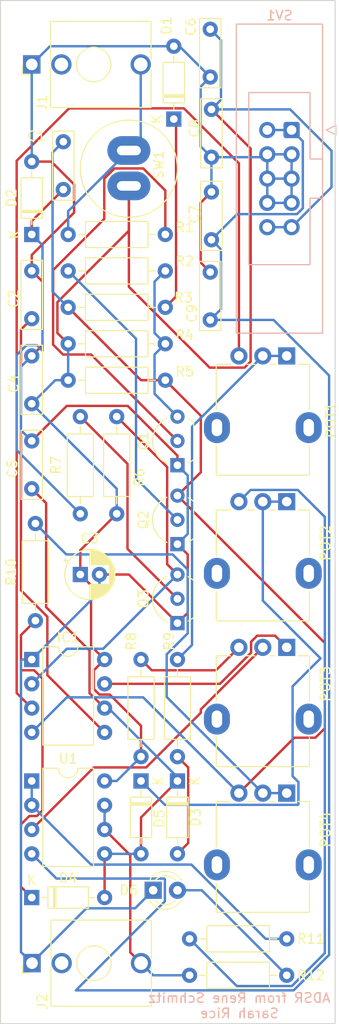
<source format=kicad_pcb>
(kicad_pcb (version 20171130) (host pcbnew "(5.1.9)-1")

  (general
    (thickness 1.6)
    (drawings 5)
    (tracks 266)
    (zones 0)
    (modules 40)
    (nets 28)
  )

  (page A4)
  (layers
    (0 F.Cu signal)
    (31 B.Cu signal)
    (32 B.Adhes user)
    (33 F.Adhes user)
    (34 B.Paste user)
    (35 F.Paste user)
    (36 B.SilkS user)
    (37 F.SilkS user)
    (38 B.Mask user)
    (39 F.Mask user)
    (40 Dwgs.User user hide)
    (41 Cmts.User user hide)
    (42 Eco1.User user hide)
    (43 Eco2.User user hide)
    (44 Edge.Cuts user)
    (45 Margin user hide)
    (46 B.CrtYd user)
    (47 F.CrtYd user)
    (48 B.Fab user hide)
    (49 F.Fab user hide)
  )

  (setup
    (last_trace_width 0.25)
    (trace_clearance 0.2)
    (zone_clearance 0.508)
    (zone_45_only no)
    (trace_min 0.2)
    (via_size 0.8)
    (via_drill 0.4)
    (via_min_size 0.4)
    (via_min_drill 0.3)
    (uvia_size 0.3)
    (uvia_drill 0.1)
    (uvias_allowed no)
    (uvia_min_size 0.2)
    (uvia_min_drill 0.1)
    (edge_width 0.1)
    (segment_width 0.2)
    (pcb_text_width 0.3)
    (pcb_text_size 1.5 1.5)
    (mod_edge_width 0.15)
    (mod_text_size 1 1)
    (mod_text_width 0.15)
    (pad_size 1.7 1.7)
    (pad_drill 1)
    (pad_to_mask_clearance 0)
    (aux_axis_origin 0 0)
    (visible_elements 7FFFFFFF)
    (pcbplotparams
      (layerselection 0x010fc_ffffffff)
      (usegerberextensions false)
      (usegerberattributes true)
      (usegerberadvancedattributes true)
      (creategerberjobfile true)
      (excludeedgelayer true)
      (linewidth 0.100000)
      (plotframeref false)
      (viasonmask false)
      (mode 1)
      (useauxorigin false)
      (hpglpennumber 1)
      (hpglpenspeed 20)
      (hpglpendiameter 15.000000)
      (psnegative false)
      (psa4output false)
      (plotreference true)
      (plotvalue true)
      (plotinvisibletext false)
      (padsonsilk false)
      (subtractmaskfromsilk false)
      (outputformat 1)
      (mirror false)
      (drillshape 1)
      (scaleselection 1)
      (outputdirectory ""))
  )

  (net 0 "")
  (net 1 "Net-(C1-Pad2)")
  (net 2 "Net-(C1-Pad1)")
  (net 3 GND)
  (net 4 "Net-(C2-Pad2)")
  (net 5 +15V)
  (net 6 "Net-(C5-Pad1)")
  (net 7 -15V)
  (net 8 "Net-(D1-Pad1)")
  (net 9 "Net-(D3-Pad2)")
  (net 10 "Net-(D4-Pad1)")
  (net 11 "Net-(D5-Pad1)")
  (net 12 "Net-(D6-Pad2)")
  (net 13 "Net-(IC1-Pad2)")
  (net 14 "Net-(IC1-Pad3)")
  (net 15 "Net-(IC1-Pad7)")
  (net 16 "Net-(J1-PadT)")
  (net 17 "Net-(J2-PadT)")
  (net 18 "Net-(Q1-Pad2)")
  (net 19 "Net-(Q1-Pad3)")
  (net 20 "Net-(Q2-Pad2)")
  (net 21 "Net-(Q3-Pad2)")
  (net 22 "Net-(R11-Pad1)")
  (net 23 "Net-(POT1-Pad1)")
  (net 24 "Net-(POT2-Pad3)")
  (net 25 "Net-(POT3-Pad2)")
  (net 26 "Net-(POT3-Pad3)")
  (net 27 "Net-(POT4-Pad1)")

  (net_class Default "This is the default net class."
    (clearance 0.2)
    (trace_width 0.25)
    (via_dia 0.8)
    (via_drill 0.4)
    (uvia_dia 0.3)
    (uvia_drill 0.1)
    (add_net +15V)
    (add_net -15V)
    (add_net GND)
    (add_net "Net-(C1-Pad1)")
    (add_net "Net-(C1-Pad2)")
    (add_net "Net-(C2-Pad2)")
    (add_net "Net-(C5-Pad1)")
    (add_net "Net-(D1-Pad1)")
    (add_net "Net-(D3-Pad2)")
    (add_net "Net-(D4-Pad1)")
    (add_net "Net-(D5-Pad1)")
    (add_net "Net-(D6-Pad2)")
    (add_net "Net-(IC1-Pad2)")
    (add_net "Net-(IC1-Pad3)")
    (add_net "Net-(IC1-Pad7)")
    (add_net "Net-(J1-PadT)")
    (add_net "Net-(J2-PadT)")
    (add_net "Net-(POT1-Pad1)")
    (add_net "Net-(POT2-Pad3)")
    (add_net "Net-(POT3-Pad2)")
    (add_net "Net-(POT3-Pad3)")
    (add_net "Net-(POT4-Pad1)")
    (add_net "Net-(Q1-Pad2)")
    (add_net "Net-(Q1-Pad3)")
    (add_net "Net-(Q2-Pad2)")
    (add_net "Net-(Q3-Pad2)")
    (add_net "Net-(R11-Pad1)")
  )

  (module Capacitor_THT:C_Rect_L7.0mm_W2.0mm_P5.00mm (layer F.Cu) (tedit 5AE50EF0) (tstamp 603ABB92)
    (at 131.572 72.771 90)
    (descr "C, Rect series, Radial, pin pitch=5.00mm, , length*width=7*2mm^2, Capacitor")
    (tags "C Rect series Radial pin pitch 5.00mm  length 7mm width 2mm Capacitor")
    (path /602D59FC)
    (fp_text reference C1 (at 5.588 -2.794) (layer F.SilkS)
      (effects (font (size 1 1) (thickness 0.15)))
    )
    (fp_text value 10nF (at 2.5 2.25 90) (layer F.Fab)
      (effects (font (size 1 1) (thickness 0.15)))
    )
    (fp_line (start 6.25 -1.25) (end -1.25 -1.25) (layer F.CrtYd) (width 0.05))
    (fp_line (start 6.25 1.25) (end 6.25 -1.25) (layer F.CrtYd) (width 0.05))
    (fp_line (start -1.25 1.25) (end 6.25 1.25) (layer F.CrtYd) (width 0.05))
    (fp_line (start -1.25 -1.25) (end -1.25 1.25) (layer F.CrtYd) (width 0.05))
    (fp_line (start 6.12 -1.12) (end 6.12 1.12) (layer F.SilkS) (width 0.12))
    (fp_line (start -1.12 -1.12) (end -1.12 1.12) (layer F.SilkS) (width 0.12))
    (fp_line (start -1.12 1.12) (end 6.12 1.12) (layer F.SilkS) (width 0.12))
    (fp_line (start -1.12 -1.12) (end 6.12 -1.12) (layer F.SilkS) (width 0.12))
    (fp_line (start 6 -1) (end -1 -1) (layer F.Fab) (width 0.1))
    (fp_line (start 6 1) (end 6 -1) (layer F.Fab) (width 0.1))
    (fp_line (start -1 1) (end 6 1) (layer F.Fab) (width 0.1))
    (fp_line (start -1 -1) (end -1 1) (layer F.Fab) (width 0.1))
    (fp_text user %R (at 2.5 0 90) (layer F.Fab)
      (effects (font (size 1 1) (thickness 0.15)))
    )
    (pad 2 thru_hole circle (at 5 0 90) (size 1.6 1.6) (drill 0.8) (layers *.Cu *.Mask)
      (net 1 "Net-(C1-Pad2)"))
    (pad 1 thru_hole circle (at 0 0 90) (size 1.6 1.6) (drill 0.8) (layers *.Cu *.Mask)
      (net 2 "Net-(C1-Pad1)"))
    (model ${KISYS3DMOD}/Capacitor_THT.3dshapes/C_Rect_L7.0mm_W2.0mm_P5.00mm.wrl
      (at (xyz 0 0 0))
      (scale (xyz 1 1 1))
      (rotate (xyz 0 0 0))
    )
  )

  (module Capacitor_THT:C_Rect_L7.0mm_W2.0mm_P5.00mm (layer F.Cu) (tedit 5AE50EF0) (tstamp 603ABBA5)
    (at 128.27 81.28 270)
    (descr "C, Rect series, Radial, pin pitch=5.00mm, , length*width=7*2mm^2, Capacitor")
    (tags "C Rect series Radial pin pitch 5.00mm  length 7mm width 2mm Capacitor")
    (path /6032ACAD)
    (fp_text reference C2 (at 2.921 1.905 90) (layer F.SilkS)
      (effects (font (size 1 1) (thickness 0.15)))
    )
    (fp_text value 10nF (at 2.5 2.25 90) (layer F.Fab)
      (effects (font (size 1 1) (thickness 0.15)))
    )
    (fp_line (start -1 -1) (end -1 1) (layer F.Fab) (width 0.1))
    (fp_line (start -1 1) (end 6 1) (layer F.Fab) (width 0.1))
    (fp_line (start 6 1) (end 6 -1) (layer F.Fab) (width 0.1))
    (fp_line (start 6 -1) (end -1 -1) (layer F.Fab) (width 0.1))
    (fp_line (start -1.12 -1.12) (end 6.12 -1.12) (layer F.SilkS) (width 0.12))
    (fp_line (start -1.12 1.12) (end 6.12 1.12) (layer F.SilkS) (width 0.12))
    (fp_line (start -1.12 -1.12) (end -1.12 1.12) (layer F.SilkS) (width 0.12))
    (fp_line (start 6.12 -1.12) (end 6.12 1.12) (layer F.SilkS) (width 0.12))
    (fp_line (start -1.25 -1.25) (end -1.25 1.25) (layer F.CrtYd) (width 0.05))
    (fp_line (start -1.25 1.25) (end 6.25 1.25) (layer F.CrtYd) (width 0.05))
    (fp_line (start 6.25 1.25) (end 6.25 -1.25) (layer F.CrtYd) (width 0.05))
    (fp_line (start 6.25 -1.25) (end -1.25 -1.25) (layer F.CrtYd) (width 0.05))
    (fp_text user %R (at 2.5 0 90) (layer F.Fab)
      (effects (font (size 1 1) (thickness 0.15)))
    )
    (pad 1 thru_hole circle (at 0 0 270) (size 1.6 1.6) (drill 0.8) (layers *.Cu *.Mask)
      (net 3 GND))
    (pad 2 thru_hole circle (at 5 0 270) (size 1.6 1.6) (drill 0.8) (layers *.Cu *.Mask)
      (net 4 "Net-(C2-Pad2)"))
    (model ${KISYS3DMOD}/Capacitor_THT.3dshapes/C_Rect_L7.0mm_W2.0mm_P5.00mm.wrl
      (at (xyz 0 0 0))
      (scale (xyz 1 1 1))
      (rotate (xyz 0 0 0))
    )
  )

  (module Capacitor_THT:CP_Radial_D5.0mm_P2.00mm (layer F.Cu) (tedit 5AE50EF0) (tstamp 603ABC28)
    (at 133.35 113.03)
    (descr "CP, Radial series, Radial, pin pitch=2.00mm, , diameter=5mm, Electrolytic Capacitor")
    (tags "CP Radial series Radial pin pitch 2.00mm  diameter 5mm Electrolytic Capacitor")
    (path /602557B5)
    (fp_text reference C3 (at 1 -3.75) (layer F.SilkS)
      (effects (font (size 1 1) (thickness 0.15)))
    )
    (fp_text value 10uF (at 1 3.75) (layer F.Fab)
      (effects (font (size 1 1) (thickness 0.15)))
    )
    (fp_circle (center 1 0) (end 3.5 0) (layer F.Fab) (width 0.1))
    (fp_circle (center 1 0) (end 3.62 0) (layer F.SilkS) (width 0.12))
    (fp_circle (center 1 0) (end 3.75 0) (layer F.CrtYd) (width 0.05))
    (fp_line (start -1.133605 -1.0875) (end -0.633605 -1.0875) (layer F.Fab) (width 0.1))
    (fp_line (start -0.883605 -1.3375) (end -0.883605 -0.8375) (layer F.Fab) (width 0.1))
    (fp_line (start 1 1.04) (end 1 2.58) (layer F.SilkS) (width 0.12))
    (fp_line (start 1 -2.58) (end 1 -1.04) (layer F.SilkS) (width 0.12))
    (fp_line (start 1.04 1.04) (end 1.04 2.58) (layer F.SilkS) (width 0.12))
    (fp_line (start 1.04 -2.58) (end 1.04 -1.04) (layer F.SilkS) (width 0.12))
    (fp_line (start 1.08 -2.579) (end 1.08 -1.04) (layer F.SilkS) (width 0.12))
    (fp_line (start 1.08 1.04) (end 1.08 2.579) (layer F.SilkS) (width 0.12))
    (fp_line (start 1.12 -2.578) (end 1.12 -1.04) (layer F.SilkS) (width 0.12))
    (fp_line (start 1.12 1.04) (end 1.12 2.578) (layer F.SilkS) (width 0.12))
    (fp_line (start 1.16 -2.576) (end 1.16 -1.04) (layer F.SilkS) (width 0.12))
    (fp_line (start 1.16 1.04) (end 1.16 2.576) (layer F.SilkS) (width 0.12))
    (fp_line (start 1.2 -2.573) (end 1.2 -1.04) (layer F.SilkS) (width 0.12))
    (fp_line (start 1.2 1.04) (end 1.2 2.573) (layer F.SilkS) (width 0.12))
    (fp_line (start 1.24 -2.569) (end 1.24 -1.04) (layer F.SilkS) (width 0.12))
    (fp_line (start 1.24 1.04) (end 1.24 2.569) (layer F.SilkS) (width 0.12))
    (fp_line (start 1.28 -2.565) (end 1.28 -1.04) (layer F.SilkS) (width 0.12))
    (fp_line (start 1.28 1.04) (end 1.28 2.565) (layer F.SilkS) (width 0.12))
    (fp_line (start 1.32 -2.561) (end 1.32 -1.04) (layer F.SilkS) (width 0.12))
    (fp_line (start 1.32 1.04) (end 1.32 2.561) (layer F.SilkS) (width 0.12))
    (fp_line (start 1.36 -2.556) (end 1.36 -1.04) (layer F.SilkS) (width 0.12))
    (fp_line (start 1.36 1.04) (end 1.36 2.556) (layer F.SilkS) (width 0.12))
    (fp_line (start 1.4 -2.55) (end 1.4 -1.04) (layer F.SilkS) (width 0.12))
    (fp_line (start 1.4 1.04) (end 1.4 2.55) (layer F.SilkS) (width 0.12))
    (fp_line (start 1.44 -2.543) (end 1.44 -1.04) (layer F.SilkS) (width 0.12))
    (fp_line (start 1.44 1.04) (end 1.44 2.543) (layer F.SilkS) (width 0.12))
    (fp_line (start 1.48 -2.536) (end 1.48 -1.04) (layer F.SilkS) (width 0.12))
    (fp_line (start 1.48 1.04) (end 1.48 2.536) (layer F.SilkS) (width 0.12))
    (fp_line (start 1.52 -2.528) (end 1.52 -1.04) (layer F.SilkS) (width 0.12))
    (fp_line (start 1.52 1.04) (end 1.52 2.528) (layer F.SilkS) (width 0.12))
    (fp_line (start 1.56 -2.52) (end 1.56 -1.04) (layer F.SilkS) (width 0.12))
    (fp_line (start 1.56 1.04) (end 1.56 2.52) (layer F.SilkS) (width 0.12))
    (fp_line (start 1.6 -2.511) (end 1.6 -1.04) (layer F.SilkS) (width 0.12))
    (fp_line (start 1.6 1.04) (end 1.6 2.511) (layer F.SilkS) (width 0.12))
    (fp_line (start 1.64 -2.501) (end 1.64 -1.04) (layer F.SilkS) (width 0.12))
    (fp_line (start 1.64 1.04) (end 1.64 2.501) (layer F.SilkS) (width 0.12))
    (fp_line (start 1.68 -2.491) (end 1.68 -1.04) (layer F.SilkS) (width 0.12))
    (fp_line (start 1.68 1.04) (end 1.68 2.491) (layer F.SilkS) (width 0.12))
    (fp_line (start 1.721 -2.48) (end 1.721 -1.04) (layer F.SilkS) (width 0.12))
    (fp_line (start 1.721 1.04) (end 1.721 2.48) (layer F.SilkS) (width 0.12))
    (fp_line (start 1.761 -2.468) (end 1.761 -1.04) (layer F.SilkS) (width 0.12))
    (fp_line (start 1.761 1.04) (end 1.761 2.468) (layer F.SilkS) (width 0.12))
    (fp_line (start 1.801 -2.455) (end 1.801 -1.04) (layer F.SilkS) (width 0.12))
    (fp_line (start 1.801 1.04) (end 1.801 2.455) (layer F.SilkS) (width 0.12))
    (fp_line (start 1.841 -2.442) (end 1.841 -1.04) (layer F.SilkS) (width 0.12))
    (fp_line (start 1.841 1.04) (end 1.841 2.442) (layer F.SilkS) (width 0.12))
    (fp_line (start 1.881 -2.428) (end 1.881 -1.04) (layer F.SilkS) (width 0.12))
    (fp_line (start 1.881 1.04) (end 1.881 2.428) (layer F.SilkS) (width 0.12))
    (fp_line (start 1.921 -2.414) (end 1.921 -1.04) (layer F.SilkS) (width 0.12))
    (fp_line (start 1.921 1.04) (end 1.921 2.414) (layer F.SilkS) (width 0.12))
    (fp_line (start 1.961 -2.398) (end 1.961 -1.04) (layer F.SilkS) (width 0.12))
    (fp_line (start 1.961 1.04) (end 1.961 2.398) (layer F.SilkS) (width 0.12))
    (fp_line (start 2.001 -2.382) (end 2.001 -1.04) (layer F.SilkS) (width 0.12))
    (fp_line (start 2.001 1.04) (end 2.001 2.382) (layer F.SilkS) (width 0.12))
    (fp_line (start 2.041 -2.365) (end 2.041 -1.04) (layer F.SilkS) (width 0.12))
    (fp_line (start 2.041 1.04) (end 2.041 2.365) (layer F.SilkS) (width 0.12))
    (fp_line (start 2.081 -2.348) (end 2.081 -1.04) (layer F.SilkS) (width 0.12))
    (fp_line (start 2.081 1.04) (end 2.081 2.348) (layer F.SilkS) (width 0.12))
    (fp_line (start 2.121 -2.329) (end 2.121 -1.04) (layer F.SilkS) (width 0.12))
    (fp_line (start 2.121 1.04) (end 2.121 2.329) (layer F.SilkS) (width 0.12))
    (fp_line (start 2.161 -2.31) (end 2.161 -1.04) (layer F.SilkS) (width 0.12))
    (fp_line (start 2.161 1.04) (end 2.161 2.31) (layer F.SilkS) (width 0.12))
    (fp_line (start 2.201 -2.29) (end 2.201 -1.04) (layer F.SilkS) (width 0.12))
    (fp_line (start 2.201 1.04) (end 2.201 2.29) (layer F.SilkS) (width 0.12))
    (fp_line (start 2.241 -2.268) (end 2.241 -1.04) (layer F.SilkS) (width 0.12))
    (fp_line (start 2.241 1.04) (end 2.241 2.268) (layer F.SilkS) (width 0.12))
    (fp_line (start 2.281 -2.247) (end 2.281 -1.04) (layer F.SilkS) (width 0.12))
    (fp_line (start 2.281 1.04) (end 2.281 2.247) (layer F.SilkS) (width 0.12))
    (fp_line (start 2.321 -2.224) (end 2.321 -1.04) (layer F.SilkS) (width 0.12))
    (fp_line (start 2.321 1.04) (end 2.321 2.224) (layer F.SilkS) (width 0.12))
    (fp_line (start 2.361 -2.2) (end 2.361 -1.04) (layer F.SilkS) (width 0.12))
    (fp_line (start 2.361 1.04) (end 2.361 2.2) (layer F.SilkS) (width 0.12))
    (fp_line (start 2.401 -2.175) (end 2.401 -1.04) (layer F.SilkS) (width 0.12))
    (fp_line (start 2.401 1.04) (end 2.401 2.175) (layer F.SilkS) (width 0.12))
    (fp_line (start 2.441 -2.149) (end 2.441 -1.04) (layer F.SilkS) (width 0.12))
    (fp_line (start 2.441 1.04) (end 2.441 2.149) (layer F.SilkS) (width 0.12))
    (fp_line (start 2.481 -2.122) (end 2.481 -1.04) (layer F.SilkS) (width 0.12))
    (fp_line (start 2.481 1.04) (end 2.481 2.122) (layer F.SilkS) (width 0.12))
    (fp_line (start 2.521 -2.095) (end 2.521 -1.04) (layer F.SilkS) (width 0.12))
    (fp_line (start 2.521 1.04) (end 2.521 2.095) (layer F.SilkS) (width 0.12))
    (fp_line (start 2.561 -2.065) (end 2.561 -1.04) (layer F.SilkS) (width 0.12))
    (fp_line (start 2.561 1.04) (end 2.561 2.065) (layer F.SilkS) (width 0.12))
    (fp_line (start 2.601 -2.035) (end 2.601 -1.04) (layer F.SilkS) (width 0.12))
    (fp_line (start 2.601 1.04) (end 2.601 2.035) (layer F.SilkS) (width 0.12))
    (fp_line (start 2.641 -2.004) (end 2.641 -1.04) (layer F.SilkS) (width 0.12))
    (fp_line (start 2.641 1.04) (end 2.641 2.004) (layer F.SilkS) (width 0.12))
    (fp_line (start 2.681 -1.971) (end 2.681 -1.04) (layer F.SilkS) (width 0.12))
    (fp_line (start 2.681 1.04) (end 2.681 1.971) (layer F.SilkS) (width 0.12))
    (fp_line (start 2.721 -1.937) (end 2.721 -1.04) (layer F.SilkS) (width 0.12))
    (fp_line (start 2.721 1.04) (end 2.721 1.937) (layer F.SilkS) (width 0.12))
    (fp_line (start 2.761 -1.901) (end 2.761 -1.04) (layer F.SilkS) (width 0.12))
    (fp_line (start 2.761 1.04) (end 2.761 1.901) (layer F.SilkS) (width 0.12))
    (fp_line (start 2.801 -1.864) (end 2.801 -1.04) (layer F.SilkS) (width 0.12))
    (fp_line (start 2.801 1.04) (end 2.801 1.864) (layer F.SilkS) (width 0.12))
    (fp_line (start 2.841 -1.826) (end 2.841 -1.04) (layer F.SilkS) (width 0.12))
    (fp_line (start 2.841 1.04) (end 2.841 1.826) (layer F.SilkS) (width 0.12))
    (fp_line (start 2.881 -1.785) (end 2.881 -1.04) (layer F.SilkS) (width 0.12))
    (fp_line (start 2.881 1.04) (end 2.881 1.785) (layer F.SilkS) (width 0.12))
    (fp_line (start 2.921 -1.743) (end 2.921 -1.04) (layer F.SilkS) (width 0.12))
    (fp_line (start 2.921 1.04) (end 2.921 1.743) (layer F.SilkS) (width 0.12))
    (fp_line (start 2.961 -1.699) (end 2.961 -1.04) (layer F.SilkS) (width 0.12))
    (fp_line (start 2.961 1.04) (end 2.961 1.699) (layer F.SilkS) (width 0.12))
    (fp_line (start 3.001 -1.653) (end 3.001 -1.04) (layer F.SilkS) (width 0.12))
    (fp_line (start 3.001 1.04) (end 3.001 1.653) (layer F.SilkS) (width 0.12))
    (fp_line (start 3.041 -1.605) (end 3.041 1.605) (layer F.SilkS) (width 0.12))
    (fp_line (start 3.081 -1.554) (end 3.081 1.554) (layer F.SilkS) (width 0.12))
    (fp_line (start 3.121 -1.5) (end 3.121 1.5) (layer F.SilkS) (width 0.12))
    (fp_line (start 3.161 -1.443) (end 3.161 1.443) (layer F.SilkS) (width 0.12))
    (fp_line (start 3.201 -1.383) (end 3.201 1.383) (layer F.SilkS) (width 0.12))
    (fp_line (start 3.241 -1.319) (end 3.241 1.319) (layer F.SilkS) (width 0.12))
    (fp_line (start 3.281 -1.251) (end 3.281 1.251) (layer F.SilkS) (width 0.12))
    (fp_line (start 3.321 -1.178) (end 3.321 1.178) (layer F.SilkS) (width 0.12))
    (fp_line (start 3.361 -1.098) (end 3.361 1.098) (layer F.SilkS) (width 0.12))
    (fp_line (start 3.401 -1.011) (end 3.401 1.011) (layer F.SilkS) (width 0.12))
    (fp_line (start 3.441 -0.915) (end 3.441 0.915) (layer F.SilkS) (width 0.12))
    (fp_line (start 3.481 -0.805) (end 3.481 0.805) (layer F.SilkS) (width 0.12))
    (fp_line (start 3.521 -0.677) (end 3.521 0.677) (layer F.SilkS) (width 0.12))
    (fp_line (start 3.561 -0.518) (end 3.561 0.518) (layer F.SilkS) (width 0.12))
    (fp_line (start 3.601 -0.284) (end 3.601 0.284) (layer F.SilkS) (width 0.12))
    (fp_line (start -1.804775 -1.475) (end -1.304775 -1.475) (layer F.SilkS) (width 0.12))
    (fp_line (start -1.554775 -1.725) (end -1.554775 -1.225) (layer F.SilkS) (width 0.12))
    (fp_text user %R (at 1 0) (layer F.Fab)
      (effects (font (size 1 1) (thickness 0.15)))
    )
    (pad 1 thru_hole rect (at 0 0) (size 1.6 1.6) (drill 0.8) (layers *.Cu *.Mask)
      (net 5 +15V))
    (pad 2 thru_hole circle (at 2 0) (size 1.6 1.6) (drill 0.8) (layers *.Cu *.Mask)
      (net 3 GND))
    (model ${KISYS3DMOD}/Capacitor_THT.3dshapes/CP_Radial_D5.0mm_P2.00mm.wrl
      (at (xyz 0 0 0))
      (scale (xyz 1 1 1))
      (rotate (xyz 0 0 0))
    )
  )

  (module Capacitor_THT:C_Rect_L7.0mm_W2.0mm_P5.00mm (layer F.Cu) (tedit 5AE50EF0) (tstamp 603ABC3B)
    (at 128.27 95.17 90)
    (descr "C, Rect series, Radial, pin pitch=5.00mm, , length*width=7*2mm^2, Capacitor")
    (tags "C Rect series Radial pin pitch 5.00mm  length 7mm width 2mm Capacitor")
    (path /60259EFD)
    (fp_text reference C4 (at 2.079 -1.905 90) (layer F.SilkS)
      (effects (font (size 1 1) (thickness 0.15)))
    )
    (fp_text value 10nF (at 2.5 2.25 90) (layer F.Fab)
      (effects (font (size 1 1) (thickness 0.15)))
    )
    (fp_line (start -1 -1) (end -1 1) (layer F.Fab) (width 0.1))
    (fp_line (start -1 1) (end 6 1) (layer F.Fab) (width 0.1))
    (fp_line (start 6 1) (end 6 -1) (layer F.Fab) (width 0.1))
    (fp_line (start 6 -1) (end -1 -1) (layer F.Fab) (width 0.1))
    (fp_line (start -1.12 -1.12) (end 6.12 -1.12) (layer F.SilkS) (width 0.12))
    (fp_line (start -1.12 1.12) (end 6.12 1.12) (layer F.SilkS) (width 0.12))
    (fp_line (start -1.12 -1.12) (end -1.12 1.12) (layer F.SilkS) (width 0.12))
    (fp_line (start 6.12 -1.12) (end 6.12 1.12) (layer F.SilkS) (width 0.12))
    (fp_line (start -1.25 -1.25) (end -1.25 1.25) (layer F.CrtYd) (width 0.05))
    (fp_line (start -1.25 1.25) (end 6.25 1.25) (layer F.CrtYd) (width 0.05))
    (fp_line (start 6.25 1.25) (end 6.25 -1.25) (layer F.CrtYd) (width 0.05))
    (fp_line (start 6.25 -1.25) (end -1.25 -1.25) (layer F.CrtYd) (width 0.05))
    (fp_text user %R (at 2.5 0 90) (layer F.Fab)
      (effects (font (size 1 1) (thickness 0.15)))
    )
    (pad 1 thru_hole circle (at 0 0 90) (size 1.6 1.6) (drill 0.8) (layers *.Cu *.Mask)
      (net 5 +15V))
    (pad 2 thru_hole circle (at 5 0 90) (size 1.6 1.6) (drill 0.8) (layers *.Cu *.Mask)
      (net 3 GND))
    (model ${KISYS3DMOD}/Capacitor_THT.3dshapes/C_Rect_L7.0mm_W2.0mm_P5.00mm.wrl
      (at (xyz 0 0 0))
      (scale (xyz 1 1 1))
      (rotate (xyz 0 0 0))
    )
  )

  (module Capacitor_THT:C_Rect_L7.0mm_W2.0mm_P5.00mm (layer F.Cu) (tedit 5AE50EF0) (tstamp 603ABC4E)
    (at 128.27 104.06 90)
    (descr "C, Rect series, Radial, pin pitch=5.00mm, , length*width=7*2mm^2, Capacitor")
    (tags "C Rect series Radial pin pitch 5.00mm  length 7mm width 2mm Capacitor")
    (path /6051F13B)
    (fp_text reference C5 (at 2.079 -2.032 90) (layer F.SilkS)
      (effects (font (size 1 1) (thickness 0.15)))
    )
    (fp_text value 2uF (at 2.5 2.25 90) (layer F.Fab)
      (effects (font (size 1 1) (thickness 0.15)))
    )
    (fp_line (start -1 -1) (end -1 1) (layer F.Fab) (width 0.1))
    (fp_line (start -1 1) (end 6 1) (layer F.Fab) (width 0.1))
    (fp_line (start 6 1) (end 6 -1) (layer F.Fab) (width 0.1))
    (fp_line (start 6 -1) (end -1 -1) (layer F.Fab) (width 0.1))
    (fp_line (start -1.12 -1.12) (end 6.12 -1.12) (layer F.SilkS) (width 0.12))
    (fp_line (start -1.12 1.12) (end 6.12 1.12) (layer F.SilkS) (width 0.12))
    (fp_line (start -1.12 -1.12) (end -1.12 1.12) (layer F.SilkS) (width 0.12))
    (fp_line (start 6.12 -1.12) (end 6.12 1.12) (layer F.SilkS) (width 0.12))
    (fp_line (start -1.25 -1.25) (end -1.25 1.25) (layer F.CrtYd) (width 0.05))
    (fp_line (start -1.25 1.25) (end 6.25 1.25) (layer F.CrtYd) (width 0.05))
    (fp_line (start 6.25 1.25) (end 6.25 -1.25) (layer F.CrtYd) (width 0.05))
    (fp_line (start 6.25 -1.25) (end -1.25 -1.25) (layer F.CrtYd) (width 0.05))
    (fp_text user %R (at 2.5 0 90) (layer F.Fab)
      (effects (font (size 1 1) (thickness 0.15)))
    )
    (pad 1 thru_hole circle (at 0 0 90) (size 1.6 1.6) (drill 0.8) (layers *.Cu *.Mask)
      (net 6 "Net-(C5-Pad1)"))
    (pad 2 thru_hole circle (at 5 0 90) (size 1.6 1.6) (drill 0.8) (layers *.Cu *.Mask)
      (net 3 GND))
    (model ${KISYS3DMOD}/Capacitor_THT.3dshapes/C_Rect_L7.0mm_W2.0mm_P5.00mm.wrl
      (at (xyz 0 0 0))
      (scale (xyz 1 1 1))
      (rotate (xyz 0 0 0))
    )
  )

  (module Capacitor_THT:C_Rect_L7.0mm_W2.0mm_P5.00mm (layer F.Cu) (tedit 5AE50EF0) (tstamp 603ABC61)
    (at 146.939 56.007 270)
    (descr "C, Rect series, Radial, pin pitch=5.00mm, , length*width=7*2mm^2, Capacitor")
    (tags "C Rect series Radial pin pitch 5.00mm  length 7mm width 2mm Capacitor")
    (path /A09D61F4)
    (fp_text reference C6 (at -0.254 2.032 90) (layer F.SilkS)
      (effects (font (size 1 1) (thickness 0.15)))
    )
    (fp_text value 10nF (at 2.5 2.25 90) (layer F.Fab)
      (effects (font (size 1 1) (thickness 0.15)))
    )
    (fp_line (start 6.25 -1.25) (end -1.25 -1.25) (layer F.CrtYd) (width 0.05))
    (fp_line (start 6.25 1.25) (end 6.25 -1.25) (layer F.CrtYd) (width 0.05))
    (fp_line (start -1.25 1.25) (end 6.25 1.25) (layer F.CrtYd) (width 0.05))
    (fp_line (start -1.25 -1.25) (end -1.25 1.25) (layer F.CrtYd) (width 0.05))
    (fp_line (start 6.12 -1.12) (end 6.12 1.12) (layer F.SilkS) (width 0.12))
    (fp_line (start -1.12 -1.12) (end -1.12 1.12) (layer F.SilkS) (width 0.12))
    (fp_line (start -1.12 1.12) (end 6.12 1.12) (layer F.SilkS) (width 0.12))
    (fp_line (start -1.12 -1.12) (end 6.12 -1.12) (layer F.SilkS) (width 0.12))
    (fp_line (start 6 -1) (end -1 -1) (layer F.Fab) (width 0.1))
    (fp_line (start 6 1) (end 6 -1) (layer F.Fab) (width 0.1))
    (fp_line (start -1 1) (end 6 1) (layer F.Fab) (width 0.1))
    (fp_line (start -1 -1) (end -1 1) (layer F.Fab) (width 0.1))
    (fp_text user %R (at 2.5 0 90) (layer F.Fab)
      (effects (font (size 1 1) (thickness 0.15)))
    )
    (pad 2 thru_hole circle (at 5 0 270) (size 1.6 1.6) (drill 0.8) (layers *.Cu *.Mask)
      (net 3 GND))
    (pad 1 thru_hole circle (at 0 0 270) (size 1.6 1.6) (drill 0.8) (layers *.Cu *.Mask)
      (net 5 +15V))
    (model ${KISYS3DMOD}/Capacitor_THT.3dshapes/C_Rect_L7.0mm_W2.0mm_P5.00mm.wrl
      (at (xyz 0 0 0))
      (scale (xyz 1 1 1))
      (rotate (xyz 0 0 0))
    )
  )

  (module Capacitor_THT:C_Rect_L7.0mm_W2.0mm_P5.00mm (layer F.Cu) (tedit 5AE50EF0) (tstamp 603ABC74)
    (at 147.066 73.025 270)
    (descr "C, Rect series, Radial, pin pitch=5.00mm, , length*width=7*2mm^2, Capacitor")
    (tags "C Rect series Radial pin pitch 5.00mm  length 7mm width 2mm Capacitor")
    (path /312D0660)
    (fp_text reference C7 (at 2.328334 1.778 90) (layer F.SilkS)
      (effects (font (size 1 1) (thickness 0.15)))
    )
    (fp_text value 10nF (at 2.5 2.25 90) (layer F.Fab)
      (effects (font (size 1 1) (thickness 0.15)))
    )
    (fp_line (start 6.25 -1.25) (end -1.25 -1.25) (layer F.CrtYd) (width 0.05))
    (fp_line (start 6.25 1.25) (end 6.25 -1.25) (layer F.CrtYd) (width 0.05))
    (fp_line (start -1.25 1.25) (end 6.25 1.25) (layer F.CrtYd) (width 0.05))
    (fp_line (start -1.25 -1.25) (end -1.25 1.25) (layer F.CrtYd) (width 0.05))
    (fp_line (start 6.12 -1.12) (end 6.12 1.12) (layer F.SilkS) (width 0.12))
    (fp_line (start -1.12 -1.12) (end -1.12 1.12) (layer F.SilkS) (width 0.12))
    (fp_line (start -1.12 1.12) (end 6.12 1.12) (layer F.SilkS) (width 0.12))
    (fp_line (start -1.12 -1.12) (end 6.12 -1.12) (layer F.SilkS) (width 0.12))
    (fp_line (start 6 -1) (end -1 -1) (layer F.Fab) (width 0.1))
    (fp_line (start 6 1) (end 6 -1) (layer F.Fab) (width 0.1))
    (fp_line (start -1 1) (end 6 1) (layer F.Fab) (width 0.1))
    (fp_line (start -1 -1) (end -1 1) (layer F.Fab) (width 0.1))
    (fp_text user %R (at -2.58 0 90) (layer F.Fab)
      (effects (font (size 1 1) (thickness 0.15)))
    )
    (pad 2 thru_hole circle (at 5 0 270) (size 1.6 1.6) (drill 0.8) (layers *.Cu *.Mask)
      (net 7 -15V))
    (pad 1 thru_hole circle (at 0 0 270) (size 1.6 1.6) (drill 0.8) (layers *.Cu *.Mask)
      (net 3 GND))
    (model ${KISYS3DMOD}/Capacitor_THT.3dshapes/C_Rect_L7.0mm_W2.0mm_P5.00mm.wrl
      (at (xyz 0 0 0))
      (scale (xyz 1 1 1))
      (rotate (xyz 0 0 0))
    )
  )

  (module Capacitor_THT:C_Rect_L7.0mm_W2.0mm_P5.00mm (layer F.Cu) (tedit 5AE50EF0) (tstamp 603ABC87)
    (at 147.066 64.389 270)
    (descr "C, Rect series, Radial, pin pitch=5.00mm, , length*width=7*2mm^2, Capacitor")
    (tags "C Rect series Radial pin pitch 5.00mm  length 7mm width 2mm Capacitor")
    (path /8EA4FDCE)
    (fp_text reference C8 (at 1.989668 1.778 90) (layer F.SilkS)
      (effects (font (size 1 1) (thickness 0.15)))
    )
    (fp_text value 10nF (at 2.5 2.25 90) (layer F.Fab)
      (effects (font (size 1 1) (thickness 0.15)))
    )
    (fp_line (start 6.25 -1.25) (end -1.25 -1.25) (layer F.CrtYd) (width 0.05))
    (fp_line (start 6.25 1.25) (end 6.25 -1.25) (layer F.CrtYd) (width 0.05))
    (fp_line (start -1.25 1.25) (end 6.25 1.25) (layer F.CrtYd) (width 0.05))
    (fp_line (start -1.25 -1.25) (end -1.25 1.25) (layer F.CrtYd) (width 0.05))
    (fp_line (start 6.12 -1.12) (end 6.12 1.12) (layer F.SilkS) (width 0.12))
    (fp_line (start -1.12 -1.12) (end -1.12 1.12) (layer F.SilkS) (width 0.12))
    (fp_line (start -1.12 1.12) (end 6.12 1.12) (layer F.SilkS) (width 0.12))
    (fp_line (start -1.12 -1.12) (end 6.12 -1.12) (layer F.SilkS) (width 0.12))
    (fp_line (start 6 -1) (end -1 -1) (layer F.Fab) (width 0.1))
    (fp_line (start 6 1) (end 6 -1) (layer F.Fab) (width 0.1))
    (fp_line (start -1 1) (end 6 1) (layer F.Fab) (width 0.1))
    (fp_line (start -1 -1) (end -1 1) (layer F.Fab) (width 0.1))
    (fp_text user %R (at 2.5 0 90) (layer F.Fab)
      (effects (font (size 1 1) (thickness 0.15)))
    )
    (pad 2 thru_hole circle (at 5 0 270) (size 1.6 1.6) (drill 0.8) (layers *.Cu *.Mask)
      (net 3 GND))
    (pad 1 thru_hole circle (at 0 0 270) (size 1.6 1.6) (drill 0.8) (layers *.Cu *.Mask)
      (net 5 +15V))
    (model ${KISYS3DMOD}/Capacitor_THT.3dshapes/C_Rect_L7.0mm_W2.0mm_P5.00mm.wrl
      (at (xyz 0 0 0))
      (scale (xyz 1 1 1))
      (rotate (xyz 0 0 0))
    )
  )

  (module Capacitor_THT:C_Rect_L7.0mm_W2.0mm_P5.00mm (layer F.Cu) (tedit 5AE50EF0) (tstamp 603ABC9A)
    (at 146.939 81.407 270)
    (descr "C, Rect series, Radial, pin pitch=5.00mm, , length*width=7*2mm^2, Capacitor")
    (tags "C Rect series Radial pin pitch 5.00mm  length 7mm width 2mm Capacitor")
    (path /2222F638)
    (fp_text reference C9 (at 4.318 1.905 90) (layer F.SilkS)
      (effects (font (size 1 1) (thickness 0.15)))
    )
    (fp_text value 10nF (at 2.5 2.25 90) (layer F.Fab)
      (effects (font (size 1 1) (thickness 0.15)))
    )
    (fp_line (start -1 -1) (end -1 1) (layer F.Fab) (width 0.1))
    (fp_line (start -1 1) (end 6 1) (layer F.Fab) (width 0.1))
    (fp_line (start 6 1) (end 6 -1) (layer F.Fab) (width 0.1))
    (fp_line (start 6 -1) (end -1 -1) (layer F.Fab) (width 0.1))
    (fp_line (start -1.12 -1.12) (end 6.12 -1.12) (layer F.SilkS) (width 0.12))
    (fp_line (start -1.12 1.12) (end 6.12 1.12) (layer F.SilkS) (width 0.12))
    (fp_line (start -1.12 -1.12) (end -1.12 1.12) (layer F.SilkS) (width 0.12))
    (fp_line (start 6.12 -1.12) (end 6.12 1.12) (layer F.SilkS) (width 0.12))
    (fp_line (start -1.25 -1.25) (end -1.25 1.25) (layer F.CrtYd) (width 0.05))
    (fp_line (start -1.25 1.25) (end 6.25 1.25) (layer F.CrtYd) (width 0.05))
    (fp_line (start 6.25 1.25) (end 6.25 -1.25) (layer F.CrtYd) (width 0.05))
    (fp_line (start 6.25 -1.25) (end -1.25 -1.25) (layer F.CrtYd) (width 0.05))
    (fp_text user %R (at 2.5 0 90) (layer F.Fab)
      (effects (font (size 1 1) (thickness 0.15)))
    )
    (pad 1 thru_hole circle (at 0 0 270) (size 1.6 1.6) (drill 0.8) (layers *.Cu *.Mask)
      (net 3 GND))
    (pad 2 thru_hole circle (at 5 0 270) (size 1.6 1.6) (drill 0.8) (layers *.Cu *.Mask)
      (net 7 -15V))
    (model ${KISYS3DMOD}/Capacitor_THT.3dshapes/C_Rect_L7.0mm_W2.0mm_P5.00mm.wrl
      (at (xyz 0 0 0))
      (scale (xyz 1 1 1))
      (rotate (xyz 0 0 0))
    )
  )

  (module Diode_THT:D_DO-35_SOD27_P7.62mm_Horizontal (layer F.Cu) (tedit 5AE50CD5) (tstamp 603ABCB9)
    (at 143.129 65.405 90)
    (descr "Diode, DO-35_SOD27 series, Axial, Horizontal, pin pitch=7.62mm, , length*diameter=4*2mm^2, , http://www.diodes.com/_files/packages/DO-35.pdf")
    (tags "Diode DO-35_SOD27 series Axial Horizontal pin pitch 7.62mm  length 4mm diameter 2mm")
    (path /602C068B)
    (fp_text reference D1 (at 9.779 -0.762 90) (layer F.SilkS)
      (effects (font (size 1 1) (thickness 0.15)))
    )
    (fp_text value 1N4148 (at 3.81 2.12 90) (layer F.Fab)
      (effects (font (size 1 1) (thickness 0.15)))
    )
    (fp_line (start 1.81 -1) (end 1.81 1) (layer F.Fab) (width 0.1))
    (fp_line (start 1.81 1) (end 5.81 1) (layer F.Fab) (width 0.1))
    (fp_line (start 5.81 1) (end 5.81 -1) (layer F.Fab) (width 0.1))
    (fp_line (start 5.81 -1) (end 1.81 -1) (layer F.Fab) (width 0.1))
    (fp_line (start 0 0) (end 1.81 0) (layer F.Fab) (width 0.1))
    (fp_line (start 7.62 0) (end 5.81 0) (layer F.Fab) (width 0.1))
    (fp_line (start 2.41 -1) (end 2.41 1) (layer F.Fab) (width 0.1))
    (fp_line (start 2.51 -1) (end 2.51 1) (layer F.Fab) (width 0.1))
    (fp_line (start 2.31 -1) (end 2.31 1) (layer F.Fab) (width 0.1))
    (fp_line (start 1.69 -1.12) (end 1.69 1.12) (layer F.SilkS) (width 0.12))
    (fp_line (start 1.69 1.12) (end 5.93 1.12) (layer F.SilkS) (width 0.12))
    (fp_line (start 5.93 1.12) (end 5.93 -1.12) (layer F.SilkS) (width 0.12))
    (fp_line (start 5.93 -1.12) (end 1.69 -1.12) (layer F.SilkS) (width 0.12))
    (fp_line (start 1.04 0) (end 1.69 0) (layer F.SilkS) (width 0.12))
    (fp_line (start 6.58 0) (end 5.93 0) (layer F.SilkS) (width 0.12))
    (fp_line (start 2.41 -1.12) (end 2.41 1.12) (layer F.SilkS) (width 0.12))
    (fp_line (start 2.53 -1.12) (end 2.53 1.12) (layer F.SilkS) (width 0.12))
    (fp_line (start 2.29 -1.12) (end 2.29 1.12) (layer F.SilkS) (width 0.12))
    (fp_line (start -1.05 -1.25) (end -1.05 1.25) (layer F.CrtYd) (width 0.05))
    (fp_line (start -1.05 1.25) (end 8.67 1.25) (layer F.CrtYd) (width 0.05))
    (fp_line (start 8.67 1.25) (end 8.67 -1.25) (layer F.CrtYd) (width 0.05))
    (fp_line (start 8.67 -1.25) (end -1.05 -1.25) (layer F.CrtYd) (width 0.05))
    (fp_text user %R (at 4.11 0 90) (layer F.Fab)
      (effects (font (size 0.8 0.8) (thickness 0.12)))
    )
    (fp_text user K (at 0 -1.8 90) (layer F.Fab)
      (effects (font (size 1 1) (thickness 0.15)))
    )
    (fp_text user K (at 0 -1.8 90) (layer F.SilkS)
      (effects (font (size 1 1) (thickness 0.15)))
    )
    (pad 1 thru_hole rect (at 0 0 90) (size 1.6 1.6) (drill 0.8) (layers *.Cu *.Mask)
      (net 8 "Net-(D1-Pad1)"))
    (pad 2 thru_hole oval (at 7.62 0 90) (size 1.6 1.6) (drill 0.8) (layers *.Cu *.Mask)
      (net 3 GND))
    (model ${KISYS3DMOD}/Diode_THT.3dshapes/D_DO-35_SOD27_P7.62mm_Horizontal.wrl
      (at (xyz 0 0 0))
      (scale (xyz 1 1 1))
      (rotate (xyz 0 0 0))
    )
  )

  (module Diode_THT:D_DO-35_SOD27_P7.62mm_Horizontal (layer F.Cu) (tedit 5AE50CD5) (tstamp 603ABCD8)
    (at 128.27 77.47 90)
    (descr "Diode, DO-35_SOD27 series, Axial, Horizontal, pin pitch=7.62mm, , length*diameter=4*2mm^2, , http://www.diodes.com/_files/packages/DO-35.pdf")
    (tags "Diode DO-35_SOD27 series Axial Horizontal pin pitch 7.62mm  length 4mm diameter 2mm")
    (path /602DB4CC)
    (fp_text reference D2 (at 3.81 -2.12 90) (layer F.SilkS)
      (effects (font (size 1 1) (thickness 0.15)))
    )
    (fp_text value 1N4148 (at 3.81 2.12 90) (layer F.Fab)
      (effects (font (size 1 1) (thickness 0.15)))
    )
    (fp_line (start 8.67 -1.25) (end -1.05 -1.25) (layer F.CrtYd) (width 0.05))
    (fp_line (start 8.67 1.25) (end 8.67 -1.25) (layer F.CrtYd) (width 0.05))
    (fp_line (start -1.05 1.25) (end 8.67 1.25) (layer F.CrtYd) (width 0.05))
    (fp_line (start -1.05 -1.25) (end -1.05 1.25) (layer F.CrtYd) (width 0.05))
    (fp_line (start 2.29 -1.12) (end 2.29 1.12) (layer F.SilkS) (width 0.12))
    (fp_line (start 2.53 -1.12) (end 2.53 1.12) (layer F.SilkS) (width 0.12))
    (fp_line (start 2.41 -1.12) (end 2.41 1.12) (layer F.SilkS) (width 0.12))
    (fp_line (start 6.58 0) (end 5.93 0) (layer F.SilkS) (width 0.12))
    (fp_line (start 1.04 0) (end 1.69 0) (layer F.SilkS) (width 0.12))
    (fp_line (start 5.93 -1.12) (end 1.69 -1.12) (layer F.SilkS) (width 0.12))
    (fp_line (start 5.93 1.12) (end 5.93 -1.12) (layer F.SilkS) (width 0.12))
    (fp_line (start 1.69 1.12) (end 5.93 1.12) (layer F.SilkS) (width 0.12))
    (fp_line (start 1.69 -1.12) (end 1.69 1.12) (layer F.SilkS) (width 0.12))
    (fp_line (start 2.31 -1) (end 2.31 1) (layer F.Fab) (width 0.1))
    (fp_line (start 2.51 -1) (end 2.51 1) (layer F.Fab) (width 0.1))
    (fp_line (start 2.41 -1) (end 2.41 1) (layer F.Fab) (width 0.1))
    (fp_line (start 7.62 0) (end 5.81 0) (layer F.Fab) (width 0.1))
    (fp_line (start 0 0) (end 1.81 0) (layer F.Fab) (width 0.1))
    (fp_line (start 5.81 -1) (end 1.81 -1) (layer F.Fab) (width 0.1))
    (fp_line (start 5.81 1) (end 5.81 -1) (layer F.Fab) (width 0.1))
    (fp_line (start 1.81 1) (end 5.81 1) (layer F.Fab) (width 0.1))
    (fp_line (start 1.81 -1) (end 1.81 1) (layer F.Fab) (width 0.1))
    (fp_text user K (at 0 -1.8 90) (layer F.SilkS)
      (effects (font (size 1 1) (thickness 0.15)))
    )
    (fp_text user K (at 0 -1.8 90) (layer F.Fab)
      (effects (font (size 1 1) (thickness 0.15)))
    )
    (fp_text user %R (at 4.11 0 90) (layer F.Fab)
      (effects (font (size 0.8 0.8) (thickness 0.12)))
    )
    (pad 2 thru_hole oval (at 7.62 0 90) (size 1.6 1.6) (drill 0.8) (layers *.Cu *.Mask)
      (net 3 GND))
    (pad 1 thru_hole rect (at 0 0 90) (size 1.6 1.6) (drill 0.8) (layers *.Cu *.Mask)
      (net 2 "Net-(C1-Pad1)"))
    (model ${KISYS3DMOD}/Diode_THT.3dshapes/D_DO-35_SOD27_P7.62mm_Horizontal.wrl
      (at (xyz 0 0 0))
      (scale (xyz 1 1 1))
      (rotate (xyz 0 0 0))
    )
  )

  (module Diode_THT:D_DO-35_SOD27_P7.62mm_Horizontal (layer F.Cu) (tedit 5AE50CD5) (tstamp 603ABCF7)
    (at 143.51 134.62 270)
    (descr "Diode, DO-35_SOD27 series, Axial, Horizontal, pin pitch=7.62mm, , length*diameter=4*2mm^2, , http://www.diodes.com/_files/packages/DO-35.pdf")
    (tags "Diode DO-35_SOD27 series Axial Horizontal pin pitch 7.62mm  length 4mm diameter 2mm")
    (path /60394DA9)
    (fp_text reference D3 (at 3.81 -1.905 90) (layer F.SilkS)
      (effects (font (size 1 1) (thickness 0.15)))
    )
    (fp_text value 1N4148 (at 3.81 2.12 90) (layer F.Fab)
      (effects (font (size 1 1) (thickness 0.15)))
    )
    (fp_line (start 8.67 -1.25) (end -1.05 -1.25) (layer F.CrtYd) (width 0.05))
    (fp_line (start 8.67 1.25) (end 8.67 -1.25) (layer F.CrtYd) (width 0.05))
    (fp_line (start -1.05 1.25) (end 8.67 1.25) (layer F.CrtYd) (width 0.05))
    (fp_line (start -1.05 -1.25) (end -1.05 1.25) (layer F.CrtYd) (width 0.05))
    (fp_line (start 2.29 -1.12) (end 2.29 1.12) (layer F.SilkS) (width 0.12))
    (fp_line (start 2.53 -1.12) (end 2.53 1.12) (layer F.SilkS) (width 0.12))
    (fp_line (start 2.41 -1.12) (end 2.41 1.12) (layer F.SilkS) (width 0.12))
    (fp_line (start 6.58 0) (end 5.93 0) (layer F.SilkS) (width 0.12))
    (fp_line (start 1.04 0) (end 1.69 0) (layer F.SilkS) (width 0.12))
    (fp_line (start 5.93 -1.12) (end 1.69 -1.12) (layer F.SilkS) (width 0.12))
    (fp_line (start 5.93 1.12) (end 5.93 -1.12) (layer F.SilkS) (width 0.12))
    (fp_line (start 1.69 1.12) (end 5.93 1.12) (layer F.SilkS) (width 0.12))
    (fp_line (start 1.69 -1.12) (end 1.69 1.12) (layer F.SilkS) (width 0.12))
    (fp_line (start 2.31 -1) (end 2.31 1) (layer F.Fab) (width 0.1))
    (fp_line (start 2.51 -1) (end 2.51 1) (layer F.Fab) (width 0.1))
    (fp_line (start 2.41 -1) (end 2.41 1) (layer F.Fab) (width 0.1))
    (fp_line (start 7.62 0) (end 5.81 0) (layer F.Fab) (width 0.1))
    (fp_line (start 0 0) (end 1.81 0) (layer F.Fab) (width 0.1))
    (fp_line (start 5.81 -1) (end 1.81 -1) (layer F.Fab) (width 0.1))
    (fp_line (start 5.81 1) (end 5.81 -1) (layer F.Fab) (width 0.1))
    (fp_line (start 1.81 1) (end 5.81 1) (layer F.Fab) (width 0.1))
    (fp_line (start 1.81 -1) (end 1.81 1) (layer F.Fab) (width 0.1))
    (fp_text user K (at 0 -1.8 90) (layer F.SilkS)
      (effects (font (size 1 1) (thickness 0.15)))
    )
    (fp_text user K (at 0 -1.8 90) (layer F.Fab)
      (effects (font (size 1 1) (thickness 0.15)))
    )
    (fp_text user %R (at 4.11 0 90) (layer F.Fab)
      (effects (font (size 0.8 0.8) (thickness 0.12)))
    )
    (pad 2 thru_hole oval (at 7.62 0 270) (size 1.6 1.6) (drill 0.8) (layers *.Cu *.Mask)
      (net 9 "Net-(D3-Pad2)"))
    (pad 1 thru_hole rect (at 0 0 270) (size 1.6 1.6) (drill 0.8) (layers *.Cu *.Mask)
      (net 6 "Net-(C5-Pad1)"))
    (model ${KISYS3DMOD}/Diode_THT.3dshapes/D_DO-35_SOD27_P7.62mm_Horizontal.wrl
      (at (xyz 0 0 0))
      (scale (xyz 1 1 1))
      (rotate (xyz 0 0 0))
    )
  )

  (module Diode_THT:D_DO-35_SOD27_P7.62mm_Horizontal (layer F.Cu) (tedit 5AE50CD5) (tstamp 603ABD16)
    (at 128.27 146.812)
    (descr "Diode, DO-35_SOD27 series, Axial, Horizontal, pin pitch=7.62mm, , length*diameter=4*2mm^2, , http://www.diodes.com/_files/packages/DO-35.pdf")
    (tags "Diode DO-35_SOD27 series Axial Horizontal pin pitch 7.62mm  length 4mm diameter 2mm")
    (path /60477DAD)
    (fp_text reference D4 (at 3.81 -2.032) (layer F.SilkS)
      (effects (font (size 1 1) (thickness 0.15)))
    )
    (fp_text value 1N4148 (at 3.81 2.12) (layer F.Fab)
      (effects (font (size 1 1) (thickness 0.15)))
    )
    (fp_line (start 1.81 -1) (end 1.81 1) (layer F.Fab) (width 0.1))
    (fp_line (start 1.81 1) (end 5.81 1) (layer F.Fab) (width 0.1))
    (fp_line (start 5.81 1) (end 5.81 -1) (layer F.Fab) (width 0.1))
    (fp_line (start 5.81 -1) (end 1.81 -1) (layer F.Fab) (width 0.1))
    (fp_line (start 0 0) (end 1.81 0) (layer F.Fab) (width 0.1))
    (fp_line (start 7.62 0) (end 5.81 0) (layer F.Fab) (width 0.1))
    (fp_line (start 2.41 -1) (end 2.41 1) (layer F.Fab) (width 0.1))
    (fp_line (start 2.51 -1) (end 2.51 1) (layer F.Fab) (width 0.1))
    (fp_line (start 2.31 -1) (end 2.31 1) (layer F.Fab) (width 0.1))
    (fp_line (start 1.69 -1.12) (end 1.69 1.12) (layer F.SilkS) (width 0.12))
    (fp_line (start 1.69 1.12) (end 5.93 1.12) (layer F.SilkS) (width 0.12))
    (fp_line (start 5.93 1.12) (end 5.93 -1.12) (layer F.SilkS) (width 0.12))
    (fp_line (start 5.93 -1.12) (end 1.69 -1.12) (layer F.SilkS) (width 0.12))
    (fp_line (start 1.04 0) (end 1.69 0) (layer F.SilkS) (width 0.12))
    (fp_line (start 6.58 0) (end 5.93 0) (layer F.SilkS) (width 0.12))
    (fp_line (start 2.41 -1.12) (end 2.41 1.12) (layer F.SilkS) (width 0.12))
    (fp_line (start 2.53 -1.12) (end 2.53 1.12) (layer F.SilkS) (width 0.12))
    (fp_line (start 2.29 -1.12) (end 2.29 1.12) (layer F.SilkS) (width 0.12))
    (fp_line (start -1.05 -1.25) (end -1.05 1.25) (layer F.CrtYd) (width 0.05))
    (fp_line (start -1.05 1.25) (end 8.67 1.25) (layer F.CrtYd) (width 0.05))
    (fp_line (start 8.67 1.25) (end 8.67 -1.25) (layer F.CrtYd) (width 0.05))
    (fp_line (start 8.67 -1.25) (end -1.05 -1.25) (layer F.CrtYd) (width 0.05))
    (fp_text user %R (at 4.11 0) (layer F.Fab)
      (effects (font (size 0.8 0.8) (thickness 0.12)))
    )
    (fp_text user K (at 0 -1.8) (layer F.Fab)
      (effects (font (size 1 1) (thickness 0.15)))
    )
    (fp_text user K (at 0 -1.8) (layer F.SilkS)
      (effects (font (size 1 1) (thickness 0.15)))
    )
    (pad 1 thru_hole rect (at 0 0) (size 1.6 1.6) (drill 0.8) (layers *.Cu *.Mask)
      (net 10 "Net-(D4-Pad1)"))
    (pad 2 thru_hole oval (at 7.62 0) (size 1.6 1.6) (drill 0.8) (layers *.Cu *.Mask)
      (net 6 "Net-(C5-Pad1)"))
    (model ${KISYS3DMOD}/Diode_THT.3dshapes/D_DO-35_SOD27_P7.62mm_Horizontal.wrl
      (at (xyz 0 0 0))
      (scale (xyz 1 1 1))
      (rotate (xyz 0 0 0))
    )
  )

  (module Diode_THT:D_DO-35_SOD27_P7.62mm_Horizontal (layer F.Cu) (tedit 5AE50CD5) (tstamp 603ABD35)
    (at 139.7 134.62 270)
    (descr "Diode, DO-35_SOD27 series, Axial, Horizontal, pin pitch=7.62mm, , length*diameter=4*2mm^2, , http://www.diodes.com/_files/packages/DO-35.pdf")
    (tags "Diode DO-35_SOD27 series Axial Horizontal pin pitch 7.62mm  length 4mm diameter 2mm")
    (path /604C221C)
    (fp_text reference D5 (at 3.937 -1.905 90) (layer F.SilkS)
      (effects (font (size 1 1) (thickness 0.15)))
    )
    (fp_text value 1N4148 (at 3.81 2.12 90) (layer F.Fab)
      (effects (font (size 1 1) (thickness 0.15)))
    )
    (fp_line (start 1.81 -1) (end 1.81 1) (layer F.Fab) (width 0.1))
    (fp_line (start 1.81 1) (end 5.81 1) (layer F.Fab) (width 0.1))
    (fp_line (start 5.81 1) (end 5.81 -1) (layer F.Fab) (width 0.1))
    (fp_line (start 5.81 -1) (end 1.81 -1) (layer F.Fab) (width 0.1))
    (fp_line (start 0 0) (end 1.81 0) (layer F.Fab) (width 0.1))
    (fp_line (start 7.62 0) (end 5.81 0) (layer F.Fab) (width 0.1))
    (fp_line (start 2.41 -1) (end 2.41 1) (layer F.Fab) (width 0.1))
    (fp_line (start 2.51 -1) (end 2.51 1) (layer F.Fab) (width 0.1))
    (fp_line (start 2.31 -1) (end 2.31 1) (layer F.Fab) (width 0.1))
    (fp_line (start 1.69 -1.12) (end 1.69 1.12) (layer F.SilkS) (width 0.12))
    (fp_line (start 1.69 1.12) (end 5.93 1.12) (layer F.SilkS) (width 0.12))
    (fp_line (start 5.93 1.12) (end 5.93 -1.12) (layer F.SilkS) (width 0.12))
    (fp_line (start 5.93 -1.12) (end 1.69 -1.12) (layer F.SilkS) (width 0.12))
    (fp_line (start 1.04 0) (end 1.69 0) (layer F.SilkS) (width 0.12))
    (fp_line (start 6.58 0) (end 5.93 0) (layer F.SilkS) (width 0.12))
    (fp_line (start 2.41 -1.12) (end 2.41 1.12) (layer F.SilkS) (width 0.12))
    (fp_line (start 2.53 -1.12) (end 2.53 1.12) (layer F.SilkS) (width 0.12))
    (fp_line (start 2.29 -1.12) (end 2.29 1.12) (layer F.SilkS) (width 0.12))
    (fp_line (start -1.05 -1.25) (end -1.05 1.25) (layer F.CrtYd) (width 0.05))
    (fp_line (start -1.05 1.25) (end 8.67 1.25) (layer F.CrtYd) (width 0.05))
    (fp_line (start 8.67 1.25) (end 8.67 -1.25) (layer F.CrtYd) (width 0.05))
    (fp_line (start 8.67 -1.25) (end -1.05 -1.25) (layer F.CrtYd) (width 0.05))
    (fp_text user %R (at 4.11 0 90) (layer F.Fab)
      (effects (font (size 0.8 0.8) (thickness 0.12)))
    )
    (fp_text user K (at 0 -1.8 90) (layer F.Fab)
      (effects (font (size 1 1) (thickness 0.15)))
    )
    (fp_text user K (at 0 -1.8 90) (layer F.SilkS)
      (effects (font (size 1 1) (thickness 0.15)))
    )
    (pad 1 thru_hole rect (at 0 0 270) (size 1.6 1.6) (drill 0.8) (layers *.Cu *.Mask)
      (net 11 "Net-(D5-Pad1)"))
    (pad 2 thru_hole oval (at 7.62 0 270) (size 1.6 1.6) (drill 0.8) (layers *.Cu *.Mask)
      (net 6 "Net-(C5-Pad1)"))
    (model ${KISYS3DMOD}/Diode_THT.3dshapes/D_DO-35_SOD27_P7.62mm_Horizontal.wrl
      (at (xyz 0 0 0))
      (scale (xyz 1 1 1))
      (rotate (xyz 0 0 0))
    )
  )

  (module LED_THT:LED_D3.0mm (layer F.Cu) (tedit 587A3A7B) (tstamp 603ABD48)
    (at 140.97 146.05)
    (descr "LED, diameter 3.0mm, 2 pins")
    (tags "LED diameter 3.0mm 2 pins")
    (path /6063F282)
    (fp_text reference D6 (at -2.54 0) (layer F.SilkS)
      (effects (font (size 1 1) (thickness 0.15)))
    )
    (fp_text value LED (at 1.27 2.96) (layer F.Fab)
      (effects (font (size 1 1) (thickness 0.15)))
    )
    (fp_circle (center 1.27 0) (end 2.77 0) (layer F.Fab) (width 0.1))
    (fp_line (start -0.23 -1.16619) (end -0.23 1.16619) (layer F.Fab) (width 0.1))
    (fp_line (start -0.29 -1.236) (end -0.29 -1.08) (layer F.SilkS) (width 0.12))
    (fp_line (start -0.29 1.08) (end -0.29 1.236) (layer F.SilkS) (width 0.12))
    (fp_line (start -1.15 -2.25) (end -1.15 2.25) (layer F.CrtYd) (width 0.05))
    (fp_line (start -1.15 2.25) (end 3.7 2.25) (layer F.CrtYd) (width 0.05))
    (fp_line (start 3.7 2.25) (end 3.7 -2.25) (layer F.CrtYd) (width 0.05))
    (fp_line (start 3.7 -2.25) (end -1.15 -2.25) (layer F.CrtYd) (width 0.05))
    (fp_arc (start 1.27 0) (end -0.23 -1.16619) (angle 284.3) (layer F.Fab) (width 0.1))
    (fp_arc (start 1.27 0) (end -0.29 -1.235516) (angle 108.8) (layer F.SilkS) (width 0.12))
    (fp_arc (start 1.27 0) (end -0.29 1.235516) (angle -108.8) (layer F.SilkS) (width 0.12))
    (fp_arc (start 1.27 0) (end 0.229039 -1.08) (angle 87.9) (layer F.SilkS) (width 0.12))
    (fp_arc (start 1.27 0) (end 0.229039 1.08) (angle -87.9) (layer F.SilkS) (width 0.12))
    (pad 1 thru_hole rect (at 0 0) (size 1.8 1.8) (drill 0.9) (layers *.Cu *.Mask)
      (net 3 GND))
    (pad 2 thru_hole circle (at 2.54 0) (size 1.8 1.8) (drill 0.9) (layers *.Cu *.Mask)
      (net 12 "Net-(D6-Pad2)"))
    (model ${KISYS3DMOD}/LED_THT.3dshapes/LED_D3.0mm.wrl
      (at (xyz 0 0 0))
      (scale (xyz 1 1 1))
      (rotate (xyz 0 0 0))
    )
  )

  (module Package_DIP:DIP-8_W7.62mm (layer F.Cu) (tedit 5A02E8C5) (tstamp 603ABD64)
    (at 128.27 121.92)
    (descr "8-lead though-hole mounted DIP package, row spacing 7.62 mm (300 mils)")
    (tags "THT DIP DIL PDIP 2.54mm 7.62mm 300mil")
    (path /FDC91D6D)
    (fp_text reference IC1 (at 3.81 -2.33) (layer F.SilkS)
      (effects (font (size 1 1) (thickness 0.15)))
    )
    (fp_text value 555N (at 3.81 9.95) (layer F.Fab)
      (effects (font (size 1 1) (thickness 0.15)))
    )
    (fp_line (start 1.635 -1.27) (end 6.985 -1.27) (layer F.Fab) (width 0.1))
    (fp_line (start 6.985 -1.27) (end 6.985 8.89) (layer F.Fab) (width 0.1))
    (fp_line (start 6.985 8.89) (end 0.635 8.89) (layer F.Fab) (width 0.1))
    (fp_line (start 0.635 8.89) (end 0.635 -0.27) (layer F.Fab) (width 0.1))
    (fp_line (start 0.635 -0.27) (end 1.635 -1.27) (layer F.Fab) (width 0.1))
    (fp_line (start 2.81 -1.33) (end 1.16 -1.33) (layer F.SilkS) (width 0.12))
    (fp_line (start 1.16 -1.33) (end 1.16 8.95) (layer F.SilkS) (width 0.12))
    (fp_line (start 1.16 8.95) (end 6.46 8.95) (layer F.SilkS) (width 0.12))
    (fp_line (start 6.46 8.95) (end 6.46 -1.33) (layer F.SilkS) (width 0.12))
    (fp_line (start 6.46 -1.33) (end 4.81 -1.33) (layer F.SilkS) (width 0.12))
    (fp_line (start -1.1 -1.55) (end -1.1 9.15) (layer F.CrtYd) (width 0.05))
    (fp_line (start -1.1 9.15) (end 8.7 9.15) (layer F.CrtYd) (width 0.05))
    (fp_line (start 8.7 9.15) (end 8.7 -1.55) (layer F.CrtYd) (width 0.05))
    (fp_line (start 8.7 -1.55) (end -1.1 -1.55) (layer F.CrtYd) (width 0.05))
    (fp_arc (start 3.81 -1.33) (end 2.81 -1.33) (angle -180) (layer F.SilkS) (width 0.12))
    (fp_text user %R (at 3.81 3.81) (layer F.Fab)
      (effects (font (size 1 1) (thickness 0.15)))
    )
    (pad 1 thru_hole rect (at 0 0) (size 1.6 1.6) (drill 0.8) (layers *.Cu *.Mask)
      (net 3 GND))
    (pad 5 thru_hole oval (at 7.62 7.62) (size 1.6 1.6) (drill 0.8) (layers *.Cu *.Mask)
      (net 4 "Net-(C2-Pad2)"))
    (pad 2 thru_hole oval (at 0 2.54) (size 1.6 1.6) (drill 0.8) (layers *.Cu *.Mask)
      (net 13 "Net-(IC1-Pad2)"))
    (pad 6 thru_hole oval (at 7.62 5.08) (size 1.6 1.6) (drill 0.8) (layers *.Cu *.Mask)
      (net 6 "Net-(C5-Pad1)"))
    (pad 3 thru_hole oval (at 0 5.08) (size 1.6 1.6) (drill 0.8) (layers *.Cu *.Mask)
      (net 14 "Net-(IC1-Pad3)"))
    (pad 7 thru_hole oval (at 7.62 2.54) (size 1.6 1.6) (drill 0.8) (layers *.Cu *.Mask)
      (net 15 "Net-(IC1-Pad7)"))
    (pad 4 thru_hole oval (at 0 7.62) (size 1.6 1.6) (drill 0.8) (layers *.Cu *.Mask)
      (net 1 "Net-(C1-Pad2)"))
    (pad 8 thru_hole oval (at 7.62 0) (size 1.6 1.6) (drill 0.8) (layers *.Cu *.Mask)
      (net 5 +15V))
    (model ${KISYS3DMOD}/Package_DIP.3dshapes/DIP-8_W7.62mm.wrl
      (at (xyz 0 0 0))
      (scale (xyz 1 1 1))
      (rotate (xyz 0 0 0))
    )
  )

  (module Connector_Audio:Jack_3.5mm_QingPu_WQP-PJ398SM_Vertical_CircularHoles (layer F.Cu) (tedit 5C2B6BB2) (tstamp 603ABD86)
    (at 128.27 59.69 90)
    (descr "TRS 3.5mm, vertical, Thonkiconn, PCB mount, (http://www.qingpu-electronics.com/en/products/WQP-PJ398SM-362.html)")
    (tags "WQP-PJ398SM WQP-PJ301M-12 TRS 3.5mm mono vertical jack thonkiconn qingpu")
    (path /605A1689)
    (fp_text reference J1 (at -4.03 1.08 270) (layer F.SilkS)
      (effects (font (size 1 1) (thickness 0.15)))
    )
    (fp_text value AudioJack2_Ground (at 0 5 270) (layer F.Fab) hide
      (effects (font (size 1 1) (thickness 0.15)))
    )
    (fp_line (start 0 0) (end 0 2.03) (layer F.Fab) (width 0.1))
    (fp_circle (center 0 6.48) (end 1.8 6.48) (layer F.Fab) (width 0.1))
    (fp_line (start 4.5 2.03) (end -4.5 2.03) (layer F.Fab) (width 0.1))
    (fp_line (start 5 -1.42) (end -5 -1.42) (layer F.CrtYd) (width 0.05))
    (fp_line (start 5 12.98) (end -5 12.98) (layer F.CrtYd) (width 0.05))
    (fp_line (start 5 12.98) (end 5 -1.42) (layer F.CrtYd) (width 0.05))
    (fp_line (start 4.5 12.48) (end -4.5 12.48) (layer F.Fab) (width 0.1))
    (fp_line (start 4.5 12.48) (end 4.5 2.08) (layer F.Fab) (width 0.1))
    (fp_line (start -1.06 -1) (end -0.2 -1) (layer F.SilkS) (width 0.12))
    (fp_line (start -1.06 -1) (end -1.06 -0.2) (layer F.SilkS) (width 0.12))
    (fp_circle (center 0 6.48) (end 1.8 6.48) (layer F.SilkS) (width 0.12))
    (fp_line (start -0.35 1.98) (end -4.5 1.98) (layer F.SilkS) (width 0.12))
    (fp_line (start 4.5 1.98) (end 0.35 1.98) (layer F.SilkS) (width 0.12))
    (fp_line (start -0.5 12.48) (end -4.5 12.48) (layer F.SilkS) (width 0.12))
    (fp_line (start 4.5 12.48) (end 0.5 12.48) (layer F.SilkS) (width 0.12))
    (fp_line (start -1.41 6.02) (end -0.46 5.07) (layer Dwgs.User) (width 0.12))
    (fp_line (start -1.42 6.875) (end 0.4 5.06) (layer Dwgs.User) (width 0.12))
    (fp_line (start -1.07 7.49) (end 1.01 5.41) (layer Dwgs.User) (width 0.12))
    (fp_line (start -0.58 7.83) (end 1.36 5.89) (layer Dwgs.User) (width 0.12))
    (fp_line (start 0.09 7.96) (end 1.48 6.57) (layer Dwgs.User) (width 0.12))
    (fp_circle (center 0 6.48) (end 1.5 6.48) (layer Dwgs.User) (width 0.12))
    (fp_line (start 4.5 1.98) (end 4.5 12.48) (layer F.SilkS) (width 0.12))
    (fp_line (start -4.5 1.98) (end -4.5 12.48) (layer F.SilkS) (width 0.12))
    (fp_line (start -4.5 12.48) (end -4.5 2.08) (layer F.Fab) (width 0.1))
    (fp_line (start -5 12.98) (end -5 -1.42) (layer F.CrtYd) (width 0.05))
    (fp_text user %R (at 0 8 270) (layer F.Fab)
      (effects (font (size 1 1) (thickness 0.15)))
    )
    (fp_text user KEEPOUT (at 0 6.48 90) (layer Cmts.User)
      (effects (font (size 0.4 0.4) (thickness 0.051)))
    )
    (pad T thru_hole circle (at 0 11.4 270) (size 2.13 2.13) (drill 1.43) (layers *.Cu *.Mask)
      (net 16 "Net-(J1-PadT)"))
    (pad S thru_hole rect (at 0 0 270) (size 1.93 1.83) (drill 1.22) (layers *.Cu *.Mask)
      (net 3 GND))
    (pad TN thru_hole circle (at 0 3.1 270) (size 2.13 2.13) (drill 1.42) (layers *.Cu *.Mask))
    (model ${KISYS3DMOD}/Connector_Audio.3dshapes/Jack_3.5mm_QingPu_WQP-PJ398SM_Vertical.wrl
      (at (xyz 0 0 0))
      (scale (xyz 1 1 1))
      (rotate (xyz 0 0 0))
    )
  )

  (module Connector_Audio:Jack_3.5mm_QingPu_WQP-PJ398SM_Vertical_CircularHoles (layer F.Cu) (tedit 5C2B6BB2) (tstamp 603ABDA8)
    (at 128.3 153.67 90)
    (descr "TRS 3.5mm, vertical, Thonkiconn, PCB mount, (http://www.qingpu-electronics.com/en/products/WQP-PJ398SM-362.html)")
    (tags "WQP-PJ398SM WQP-PJ301M-12 TRS 3.5mm mono vertical jack thonkiconn qingpu")
    (path /6024530A)
    (fp_text reference J2 (at -4.03 1.08 270) (layer F.SilkS)
      (effects (font (size 1 1) (thickness 0.15)))
    )
    (fp_text value AudioJack2_Ground (at 0 5 270) (layer F.Fab) hide
      (effects (font (size 1 1) (thickness 0.15)))
    )
    (fp_line (start -5 12.98) (end -5 -1.42) (layer F.CrtYd) (width 0.05))
    (fp_line (start -4.5 12.48) (end -4.5 2.08) (layer F.Fab) (width 0.1))
    (fp_line (start -4.5 1.98) (end -4.5 12.48) (layer F.SilkS) (width 0.12))
    (fp_line (start 4.5 1.98) (end 4.5 12.48) (layer F.SilkS) (width 0.12))
    (fp_circle (center 0 6.48) (end 1.5 6.48) (layer Dwgs.User) (width 0.12))
    (fp_line (start 0.09 7.96) (end 1.48 6.57) (layer Dwgs.User) (width 0.12))
    (fp_line (start -0.58 7.83) (end 1.36 5.89) (layer Dwgs.User) (width 0.12))
    (fp_line (start -1.07 7.49) (end 1.01 5.41) (layer Dwgs.User) (width 0.12))
    (fp_line (start -1.42 6.875) (end 0.4 5.06) (layer Dwgs.User) (width 0.12))
    (fp_line (start -1.41 6.02) (end -0.46 5.07) (layer Dwgs.User) (width 0.12))
    (fp_line (start 4.5 12.48) (end 0.5 12.48) (layer F.SilkS) (width 0.12))
    (fp_line (start -0.5 12.48) (end -4.5 12.48) (layer F.SilkS) (width 0.12))
    (fp_line (start 4.5 1.98) (end 0.35 1.98) (layer F.SilkS) (width 0.12))
    (fp_line (start -0.35 1.98) (end -4.5 1.98) (layer F.SilkS) (width 0.12))
    (fp_circle (center 0 6.48) (end 1.8 6.48) (layer F.SilkS) (width 0.12))
    (fp_line (start -1.06 -1) (end -1.06 -0.2) (layer F.SilkS) (width 0.12))
    (fp_line (start -1.06 -1) (end -0.2 -1) (layer F.SilkS) (width 0.12))
    (fp_line (start 4.5 12.48) (end 4.5 2.08) (layer F.Fab) (width 0.1))
    (fp_line (start 4.5 12.48) (end -4.5 12.48) (layer F.Fab) (width 0.1))
    (fp_line (start 5 12.98) (end 5 -1.42) (layer F.CrtYd) (width 0.05))
    (fp_line (start 5 12.98) (end -5 12.98) (layer F.CrtYd) (width 0.05))
    (fp_line (start 5 -1.42) (end -5 -1.42) (layer F.CrtYd) (width 0.05))
    (fp_line (start 4.5 2.03) (end -4.5 2.03) (layer F.Fab) (width 0.1))
    (fp_circle (center 0 6.48) (end 1.8 6.48) (layer F.Fab) (width 0.1))
    (fp_line (start 0 0) (end 0 2.03) (layer F.Fab) (width 0.1))
    (fp_text user KEEPOUT (at 0 6.48 90) (layer Cmts.User)
      (effects (font (size 0.4 0.4) (thickness 0.051)))
    )
    (fp_text user %R (at 0 8 270) (layer F.Fab)
      (effects (font (size 1 1) (thickness 0.15)))
    )
    (pad TN thru_hole circle (at 0 3.1 270) (size 2.13 2.13) (drill 1.42) (layers *.Cu *.Mask))
    (pad S thru_hole rect (at 0 0 270) (size 1.93 1.83) (drill 1.22) (layers *.Cu *.Mask)
      (net 3 GND))
    (pad T thru_hole circle (at 0 11.4 270) (size 2.13 2.13) (drill 1.43) (layers *.Cu *.Mask)
      (net 17 "Net-(J2-PadT)"))
    (model ${KISYS3DMOD}/Connector_Audio.3dshapes/Jack_3.5mm_QingPu_WQP-PJ398SM_Vertical.wrl
      (at (xyz 0 0 0))
      (scale (xyz 1 1 1))
      (rotate (xyz 0 0 0))
    )
  )

  (module Potentiometer_THT:Potentiometer_Alpha_RD901F-40-00D_Single_Vertical (layer F.Cu) (tedit 5C6C6C14) (tstamp 603ABDC4)
    (at 154.94 120.65 270)
    (descr "Potentiometer, vertical, 9mm, single, http://www.taiwanalpha.com.tw/downloads?target=products&id=113")
    (tags "potentiometer vertical 9mm single")
    (path /602A792B)
    (fp_text reference POT3 (at 3.81 -4.064 270) (layer F.SilkS)
      (effects (font (size 1 1) (thickness 0.15)))
    )
    (fp_text value 10k (at 0 9.86 270) (layer F.Fab)
      (effects (font (size 1 1) (thickness 0.15)))
    )
    (fp_line (start -1.15 8.91) (end 12.6 8.91) (layer F.CrtYd) (width 0.05))
    (fp_line (start -1.15 -3.91) (end -1.15 8.91) (layer F.CrtYd) (width 0.05))
    (fp_line (start 12.6 -3.91) (end -1.15 -3.91) (layer F.CrtYd) (width 0.05))
    (fp_line (start 12.6 8.91) (end 12.6 -3.91) (layer F.CrtYd) (width 0.05))
    (fp_line (start 12.47 7.37) (end 12.47 -2.37) (layer F.SilkS) (width 0.12))
    (fp_line (start 0.88 7.37) (end 0.88 5.88) (layer F.SilkS) (width 0.12))
    (fp_line (start 9.41 7.37) (end 12.47 7.37) (layer F.SilkS) (width 0.12))
    (fp_line (start 0.88 -2.38) (end 5.6 -2.38) (layer F.SilkS) (width 0.12))
    (fp_circle (center 7.5 2.5) (end 7.5 -1) (layer F.Fab) (width 0.1))
    (fp_line (start 1 7.25) (end 1 -2.25) (layer F.Fab) (width 0.1))
    (fp_line (start 12.35 7.25) (end 12.35 -2.25) (layer F.Fab) (width 0.1))
    (fp_line (start 1 -2.25) (end 12.35 -2.25) (layer F.Fab) (width 0.1))
    (fp_line (start 1 7.25) (end 12.35 7.25) (layer F.Fab) (width 0.1))
    (fp_line (start 9.41 -2.37) (end 12.47 -2.37) (layer F.SilkS) (width 0.12))
    (fp_line (start 0.88 7.37) (end 5.6 7.37) (layer F.SilkS) (width 0.12))
    (fp_line (start 0.88 -1.19) (end 0.88 -2.37) (layer F.SilkS) (width 0.12))
    (fp_line (start 0.88 1.71) (end 0.88 1.18) (layer F.SilkS) (width 0.12))
    (fp_line (start 0.88 4.16) (end 0.88 3.33) (layer F.SilkS) (width 0.12))
    (fp_text user %R (at 7.62 2.54 90) (layer F.Fab)
      (effects (font (size 1 1) (thickness 0.15)))
    )
    (pad 1 thru_hole rect (at 0 0) (size 1.8 1.8) (drill 1) (layers *.Cu *.Mask)
      (net 15 "Net-(IC1-Pad7)"))
    (pad 2 thru_hole circle (at 0 2.5) (size 1.8 1.8) (drill 1) (layers *.Cu *.Mask)
      (net 25 "Net-(POT3-Pad2)"))
    (pad 3 thru_hole circle (at 0 5) (size 1.8 1.8) (drill 1) (layers *.Cu *.Mask)
      (net 26 "Net-(POT3-Pad3)"))
    (pad "" thru_hole oval (at 7.5 7.3) (size 2.72 3.24) (drill oval 1.1 1.8) (layers *.Cu *.Mask))
    (pad "" thru_hole oval (at 7.5 -2.3) (size 2.72 3.24) (drill oval 1.1 1.8) (layers *.Cu *.Mask))
    (model ${KISYS3DMOD}/Potentiometer_THT.3dshapes/Potentiometer_Alpha_RD901F-40-00D_Single_Vertical.wrl
      (at (xyz 0 0 0))
      (scale (xyz 1 1 1))
      (rotate (xyz 0 0 0))
    )
  )

  (module Potentiometer_THT:Potentiometer_Alpha_RD901F-40-00D_Single_Vertical (layer F.Cu) (tedit 5C6C6C14) (tstamp 603ABDE0)
    (at 154.94 90.17 270)
    (descr "Potentiometer, vertical, 9mm, single, http://www.taiwanalpha.com.tw/downloads?target=products&id=113")
    (tags "potentiometer vertical 9mm single")
    (path /602AA362)
    (fp_text reference POT1 (at 6.71 -4.64 270) (layer F.SilkS)
      (effects (font (size 1 1) (thickness 0.15)))
    )
    (fp_text value 2M (at 0 9.86 270) (layer F.Fab)
      (effects (font (size 1 1) (thickness 0.15)))
    )
    (fp_line (start 0.88 4.16) (end 0.88 3.33) (layer F.SilkS) (width 0.12))
    (fp_line (start 0.88 1.71) (end 0.88 1.18) (layer F.SilkS) (width 0.12))
    (fp_line (start 0.88 -1.19) (end 0.88 -2.37) (layer F.SilkS) (width 0.12))
    (fp_line (start 0.88 7.37) (end 5.6 7.37) (layer F.SilkS) (width 0.12))
    (fp_line (start 9.41 -2.37) (end 12.47 -2.37) (layer F.SilkS) (width 0.12))
    (fp_line (start 1 7.25) (end 12.35 7.25) (layer F.Fab) (width 0.1))
    (fp_line (start 1 -2.25) (end 12.35 -2.25) (layer F.Fab) (width 0.1))
    (fp_line (start 12.35 7.25) (end 12.35 -2.25) (layer F.Fab) (width 0.1))
    (fp_line (start 1 7.25) (end 1 -2.25) (layer F.Fab) (width 0.1))
    (fp_circle (center 7.5 2.5) (end 7.5 -1) (layer F.Fab) (width 0.1))
    (fp_line (start 0.88 -2.38) (end 5.6 -2.38) (layer F.SilkS) (width 0.12))
    (fp_line (start 9.41 7.37) (end 12.47 7.37) (layer F.SilkS) (width 0.12))
    (fp_line (start 0.88 7.37) (end 0.88 5.88) (layer F.SilkS) (width 0.12))
    (fp_line (start 12.47 7.37) (end 12.47 -2.37) (layer F.SilkS) (width 0.12))
    (fp_line (start 12.6 8.91) (end 12.6 -3.91) (layer F.CrtYd) (width 0.05))
    (fp_line (start 12.6 -3.91) (end -1.15 -3.91) (layer F.CrtYd) (width 0.05))
    (fp_line (start -1.15 -3.91) (end -1.15 8.91) (layer F.CrtYd) (width 0.05))
    (fp_line (start -1.15 8.91) (end 12.6 8.91) (layer F.CrtYd) (width 0.05))
    (fp_text user %R (at 7.62 2.54 90) (layer F.Fab)
      (effects (font (size 1 1) (thickness 0.15)))
    )
    (pad "" thru_hole oval (at 7.5 -2.3) (size 2.72 3.24) (drill oval 1.1 1.8) (layers *.Cu *.Mask))
    (pad "" thru_hole oval (at 7.5 7.3) (size 2.72 3.24) (drill oval 1.1 1.8) (layers *.Cu *.Mask))
    (pad 3 thru_hole circle (at 0 5) (size 1.8 1.8) (drill 1) (layers *.Cu *.Mask)
      (net 14 "Net-(IC1-Pad3)"))
    (pad 2 thru_hole circle (at 0 2.5) (size 1.8 1.8) (drill 1) (layers *.Cu *.Mask)
      (net 23 "Net-(POT1-Pad1)"))
    (pad 1 thru_hole rect (at 0 0) (size 1.8 1.8) (drill 1) (layers *.Cu *.Mask)
      (net 23 "Net-(POT1-Pad1)"))
    (model ${KISYS3DMOD}/Potentiometer_THT.3dshapes/Potentiometer_Alpha_RD901F-40-00D_Single_Vertical.wrl
      (at (xyz 0 0 0))
      (scale (xyz 1 1 1))
      (rotate (xyz 0 0 0))
    )
  )

  (module Potentiometer_THT:Potentiometer_Alpha_RD901F-40-00D_Single_Vertical (layer F.Cu) (tedit 5C6C6C14) (tstamp 603ABDFC)
    (at 154.94 135.89 270)
    (descr "Potentiometer, vertical, 9mm, single, http://www.taiwanalpha.com.tw/downloads?target=products&id=113")
    (tags "potentiometer vertical 9mm single")
    (path /60477DA1)
    (fp_text reference POT4 (at 3.81 -4.064 270) (layer F.SilkS)
      (effects (font (size 1 1) (thickness 0.15)))
    )
    (fp_text value 2M (at 0 9.86 270) (layer F.Fab)
      (effects (font (size 1 1) (thickness 0.15)))
    )
    (fp_line (start 0.88 4.16) (end 0.88 3.33) (layer F.SilkS) (width 0.12))
    (fp_line (start 0.88 1.71) (end 0.88 1.18) (layer F.SilkS) (width 0.12))
    (fp_line (start 0.88 -1.19) (end 0.88 -2.37) (layer F.SilkS) (width 0.12))
    (fp_line (start 0.88 7.37) (end 5.6 7.37) (layer F.SilkS) (width 0.12))
    (fp_line (start 9.41 -2.37) (end 12.47 -2.37) (layer F.SilkS) (width 0.12))
    (fp_line (start 1 7.25) (end 12.35 7.25) (layer F.Fab) (width 0.1))
    (fp_line (start 1 -2.25) (end 12.35 -2.25) (layer F.Fab) (width 0.1))
    (fp_line (start 12.35 7.25) (end 12.35 -2.25) (layer F.Fab) (width 0.1))
    (fp_line (start 1 7.25) (end 1 -2.25) (layer F.Fab) (width 0.1))
    (fp_circle (center 7.5 2.5) (end 7.5 -1) (layer F.Fab) (width 0.1))
    (fp_line (start 0.88 -2.38) (end 5.6 -2.38) (layer F.SilkS) (width 0.12))
    (fp_line (start 9.41 7.37) (end 12.47 7.37) (layer F.SilkS) (width 0.12))
    (fp_line (start 0.88 7.37) (end 0.88 5.88) (layer F.SilkS) (width 0.12))
    (fp_line (start 12.47 7.37) (end 12.47 -2.37) (layer F.SilkS) (width 0.12))
    (fp_line (start 12.6 8.91) (end 12.6 -3.91) (layer F.CrtYd) (width 0.05))
    (fp_line (start 12.6 -3.91) (end -1.15 -3.91) (layer F.CrtYd) (width 0.05))
    (fp_line (start -1.15 -3.91) (end -1.15 8.91) (layer F.CrtYd) (width 0.05))
    (fp_line (start -1.15 8.91) (end 12.6 8.91) (layer F.CrtYd) (width 0.05))
    (fp_text user %R (at 7.62 2.54 90) (layer F.Fab)
      (effects (font (size 1 1) (thickness 0.15)))
    )
    (pad "" thru_hole oval (at 7.5 -2.3) (size 2.72 3.24) (drill oval 1.1 1.8) (layers *.Cu *.Mask))
    (pad "" thru_hole oval (at 7.5 7.3) (size 2.72 3.24) (drill oval 1.1 1.8) (layers *.Cu *.Mask))
    (pad 3 thru_hole circle (at 0 5) (size 1.8 1.8) (drill 1) (layers *.Cu *.Mask)
      (net 1 "Net-(C1-Pad2)"))
    (pad 2 thru_hole circle (at 0 2.5) (size 1.8 1.8) (drill 1) (layers *.Cu *.Mask)
      (net 27 "Net-(POT4-Pad1)"))
    (pad 1 thru_hole rect (at 0 0) (size 1.8 1.8) (drill 1) (layers *.Cu *.Mask)
      (net 27 "Net-(POT4-Pad1)"))
    (model ${KISYS3DMOD}/Potentiometer_THT.3dshapes/Potentiometer_Alpha_RD901F-40-00D_Single_Vertical.wrl
      (at (xyz 0 0 0))
      (scale (xyz 1 1 1))
      (rotate (xyz 0 0 0))
    )
  )

  (module Potentiometer_THT:Potentiometer_Alpha_RD901F-40-00D_Single_Vertical (layer F.Cu) (tedit 5C6C6C14) (tstamp 603ABE18)
    (at 154.94 105.41 270)
    (descr "Potentiometer, vertical, 9mm, single, http://www.taiwanalpha.com.tw/downloads?target=products&id=113")
    (tags "potentiometer vertical 9mm single")
    (path /604C2210)
    (fp_text reference POT2 (at 4.318 -4.064 270) (layer F.SilkS)
      (effects (font (size 1 1) (thickness 0.15)))
    )
    (fp_text value 2M (at 0 9.86 270) (layer F.Fab)
      (effects (font (size 1 1) (thickness 0.15)))
    )
    (fp_line (start -1.15 8.91) (end 12.6 8.91) (layer F.CrtYd) (width 0.05))
    (fp_line (start -1.15 -3.91) (end -1.15 8.91) (layer F.CrtYd) (width 0.05))
    (fp_line (start 12.6 -3.91) (end -1.15 -3.91) (layer F.CrtYd) (width 0.05))
    (fp_line (start 12.6 8.91) (end 12.6 -3.91) (layer F.CrtYd) (width 0.05))
    (fp_line (start 12.47 7.37) (end 12.47 -2.37) (layer F.SilkS) (width 0.12))
    (fp_line (start 0.88 7.37) (end 0.88 5.88) (layer F.SilkS) (width 0.12))
    (fp_line (start 9.41 7.37) (end 12.47 7.37) (layer F.SilkS) (width 0.12))
    (fp_line (start 0.88 -2.38) (end 5.6 -2.38) (layer F.SilkS) (width 0.12))
    (fp_circle (center 7.5 2.5) (end 7.5 -1) (layer F.Fab) (width 0.1))
    (fp_line (start 1 7.25) (end 1 -2.25) (layer F.Fab) (width 0.1))
    (fp_line (start 12.35 7.25) (end 12.35 -2.25) (layer F.Fab) (width 0.1))
    (fp_line (start 1 -2.25) (end 12.35 -2.25) (layer F.Fab) (width 0.1))
    (fp_line (start 1 7.25) (end 12.35 7.25) (layer F.Fab) (width 0.1))
    (fp_line (start 9.41 -2.37) (end 12.47 -2.37) (layer F.SilkS) (width 0.12))
    (fp_line (start 0.88 7.37) (end 5.6 7.37) (layer F.SilkS) (width 0.12))
    (fp_line (start 0.88 -1.19) (end 0.88 -2.37) (layer F.SilkS) (width 0.12))
    (fp_line (start 0.88 1.71) (end 0.88 1.18) (layer F.SilkS) (width 0.12))
    (fp_line (start 0.88 4.16) (end 0.88 3.33) (layer F.SilkS) (width 0.12))
    (fp_text user %R (at 7.62 2.54 90) (layer F.Fab)
      (effects (font (size 1 1) (thickness 0.15)))
    )
    (pad 1 thru_hole rect (at 0 0) (size 1.8 1.8) (drill 1) (layers *.Cu *.Mask)
      (net 11 "Net-(D5-Pad1)"))
    (pad 2 thru_hole circle (at 0 2.5) (size 1.8 1.8) (drill 1) (layers *.Cu *.Mask)
      (net 11 "Net-(D5-Pad1)"))
    (pad 3 thru_hole circle (at 0 5) (size 1.8 1.8) (drill 1) (layers *.Cu *.Mask)
      (net 24 "Net-(POT2-Pad3)"))
    (pad "" thru_hole oval (at 7.5 7.3) (size 2.72 3.24) (drill oval 1.1 1.8) (layers *.Cu *.Mask))
    (pad "" thru_hole oval (at 7.5 -2.3) (size 2.72 3.24) (drill oval 1.1 1.8) (layers *.Cu *.Mask))
    (model ${KISYS3DMOD}/Potentiometer_THT.3dshapes/Potentiometer_Alpha_RD901F-40-00D_Single_Vertical.wrl
      (at (xyz 0 0 0))
      (scale (xyz 1 1 1))
      (rotate (xyz 0 0 0))
    )
  )

  (module Package_TO_SOT_THT:TO-92L_Inline_Wide (layer F.Cu) (tedit 5A11996A) (tstamp 603ABE2C)
    (at 143.51 101.6 90)
    (descr "TO-92L leads in-line (large body variant of TO-92), also known as TO-226, wide, drill 0.75mm (see https://www.diodes.com/assets/Package-Files/TO92L.pdf and http://www.ti.com/lit/an/snoa059/snoa059.pdf)")
    (tags "TO-92L Inline Wide transistor")
    (path /602B79C7)
    (fp_text reference Q1 (at 2.54 -3.56 90) (layer F.SilkS)
      (effects (font (size 1 1) (thickness 0.15)))
    )
    (fp_text value 2N3904 (at 2.54 2.79 90) (layer F.Fab)
      (effects (font (size 1 1) (thickness 0.15)))
    )
    (fp_line (start 0.6 1.7) (end 4.45 1.7) (layer F.SilkS) (width 0.12))
    (fp_line (start 0.65 1.6) (end 4.4 1.6) (layer F.Fab) (width 0.1))
    (fp_line (start -1 -2.75) (end 6.1 -2.75) (layer F.CrtYd) (width 0.05))
    (fp_line (start -1 -2.75) (end -1 1.85) (layer F.CrtYd) (width 0.05))
    (fp_line (start 6.1 1.85) (end 6.1 -2.75) (layer F.CrtYd) (width 0.05))
    (fp_line (start 6.1 1.85) (end -1 1.85) (layer F.CrtYd) (width 0.05))
    (fp_text user %R (at 2.54 0 90) (layer F.Fab)
      (effects (font (size 1 1) (thickness 0.15)))
    )
    (fp_arc (start 2.54 0) (end 0.6 1.7) (angle 15.44288892) (layer F.SilkS) (width 0.12))
    (fp_arc (start 2.54 0) (end 2.54 -2.6) (angle -65) (layer F.SilkS) (width 0.12))
    (fp_arc (start 2.54 0) (end 2.54 -2.6) (angle 65) (layer F.SilkS) (width 0.12))
    (fp_arc (start 2.54 0) (end 2.54 -2.48) (angle 129.9527847) (layer F.Fab) (width 0.1))
    (fp_arc (start 2.54 0) (end 2.54 -2.48) (angle -130.2499344) (layer F.Fab) (width 0.1))
    (fp_arc (start 2.54 0) (end 4.45 1.7) (angle -15.88591585) (layer F.SilkS) (width 0.12))
    (pad 2 thru_hole circle (at 2.54 0 90) (size 1.5 1.5) (drill 0.8) (layers *.Cu *.Mask)
      (net 18 "Net-(Q1-Pad2)"))
    (pad 3 thru_hole circle (at 5.08 0 90) (size 1.5 1.5) (drill 0.8) (layers *.Cu *.Mask)
      (net 19 "Net-(Q1-Pad3)"))
    (pad 1 thru_hole rect (at 0 0 90) (size 1.5 1.5) (drill 0.8) (layers *.Cu *.Mask)
      (net 3 GND))
    (model ${KISYS3DMOD}/Package_TO_SOT_THT.3dshapes/TO-92L_Inline_Wide.wrl
      (at (xyz 0 0 0))
      (scale (xyz 1 1 1))
      (rotate (xyz 0 0 0))
    )
  )

  (module Package_TO_SOT_THT:TO-92L_Inline_Wide (layer F.Cu) (tedit 5A11996A) (tstamp 603ABE40)
    (at 143.51 109.855 90)
    (descr "TO-92L leads in-line (large body variant of TO-92), also known as TO-226, wide, drill 0.75mm (see https://www.diodes.com/assets/Package-Files/TO92L.pdf and http://www.ti.com/lit/an/snoa059/snoa059.pdf)")
    (tags "TO-92L Inline Wide transistor")
    (path /602C8D12)
    (fp_text reference Q2 (at 2.54 -3.56 90) (layer F.SilkS)
      (effects (font (size 1 1) (thickness 0.15)))
    )
    (fp_text value 2N3904 (at 2.54 2.79 90) (layer F.Fab)
      (effects (font (size 1 1) (thickness 0.15)))
    )
    (fp_line (start 0.6 1.7) (end 4.45 1.7) (layer F.SilkS) (width 0.12))
    (fp_line (start 0.65 1.6) (end 4.4 1.6) (layer F.Fab) (width 0.1))
    (fp_line (start -1 -2.75) (end 6.1 -2.75) (layer F.CrtYd) (width 0.05))
    (fp_line (start -1 -2.75) (end -1 1.85) (layer F.CrtYd) (width 0.05))
    (fp_line (start 6.1 1.85) (end 6.1 -2.75) (layer F.CrtYd) (width 0.05))
    (fp_line (start 6.1 1.85) (end -1 1.85) (layer F.CrtYd) (width 0.05))
    (fp_text user %R (at 2.54 0 90) (layer F.Fab)
      (effects (font (size 1 1) (thickness 0.15)))
    )
    (fp_arc (start 2.54 0) (end 0.6 1.7) (angle 15.44288892) (layer F.SilkS) (width 0.12))
    (fp_arc (start 2.54 0) (end 2.54 -2.6) (angle -65) (layer F.SilkS) (width 0.12))
    (fp_arc (start 2.54 0) (end 2.54 -2.6) (angle 65) (layer F.SilkS) (width 0.12))
    (fp_arc (start 2.54 0) (end 2.54 -2.48) (angle 129.9527847) (layer F.Fab) (width 0.1))
    (fp_arc (start 2.54 0) (end 2.54 -2.48) (angle -130.2499344) (layer F.Fab) (width 0.1))
    (fp_arc (start 2.54 0) (end 4.45 1.7) (angle -15.88591585) (layer F.SilkS) (width 0.12))
    (pad 2 thru_hole circle (at 2.54 0 90) (size 1.5 1.5) (drill 0.8) (layers *.Cu *.Mask)
      (net 20 "Net-(Q2-Pad2)"))
    (pad 3 thru_hole circle (at 5.08 0 90) (size 1.5 1.5) (drill 0.8) (layers *.Cu *.Mask)
      (net 1 "Net-(C1-Pad2)"))
    (pad 1 thru_hole rect (at 0 0 90) (size 1.5 1.5) (drill 0.8) (layers *.Cu *.Mask)
      (net 3 GND))
    (model ${KISYS3DMOD}/Package_TO_SOT_THT.3dshapes/TO-92L_Inline_Wide.wrl
      (at (xyz 0 0 0))
      (scale (xyz 1 1 1))
      (rotate (xyz 0 0 0))
    )
  )

  (module Package_TO_SOT_THT:TO-92L_Inline_Wide (layer F.Cu) (tedit 5A11996A) (tstamp 603ABE54)
    (at 143.51 118.11 90)
    (descr "TO-92L leads in-line (large body variant of TO-92), also known as TO-226, wide, drill 0.75mm (see https://www.diodes.com/assets/Package-Files/TO92L.pdf and http://www.ti.com/lit/an/snoa059/snoa059.pdf)")
    (tags "TO-92L Inline Wide transistor")
    (path /602E07FA)
    (fp_text reference Q3 (at 2.54 -3.56 90) (layer F.SilkS)
      (effects (font (size 1 1) (thickness 0.15)))
    )
    (fp_text value 2N3904 (at 2.54 2.79 90) (layer F.Fab)
      (effects (font (size 1 1) (thickness 0.15)))
    )
    (fp_line (start 6.1 1.85) (end -1 1.85) (layer F.CrtYd) (width 0.05))
    (fp_line (start 6.1 1.85) (end 6.1 -2.75) (layer F.CrtYd) (width 0.05))
    (fp_line (start -1 -2.75) (end -1 1.85) (layer F.CrtYd) (width 0.05))
    (fp_line (start -1 -2.75) (end 6.1 -2.75) (layer F.CrtYd) (width 0.05))
    (fp_line (start 0.65 1.6) (end 4.4 1.6) (layer F.Fab) (width 0.1))
    (fp_line (start 0.6 1.7) (end 4.45 1.7) (layer F.SilkS) (width 0.12))
    (fp_arc (start 2.54 0) (end 4.45 1.7) (angle -15.88591585) (layer F.SilkS) (width 0.12))
    (fp_arc (start 2.54 0) (end 2.54 -2.48) (angle -130.2499344) (layer F.Fab) (width 0.1))
    (fp_arc (start 2.54 0) (end 2.54 -2.48) (angle 129.9527847) (layer F.Fab) (width 0.1))
    (fp_arc (start 2.54 0) (end 2.54 -2.6) (angle 65) (layer F.SilkS) (width 0.12))
    (fp_arc (start 2.54 0) (end 2.54 -2.6) (angle -65) (layer F.SilkS) (width 0.12))
    (fp_arc (start 2.54 0) (end 0.6 1.7) (angle 15.44288892) (layer F.SilkS) (width 0.12))
    (fp_text user %R (at 2.54 0 90) (layer F.Fab)
      (effects (font (size 1 1) (thickness 0.15)))
    )
    (pad 1 thru_hole rect (at 0 0 90) (size 1.5 1.5) (drill 0.8) (layers *.Cu *.Mask)
      (net 3 GND))
    (pad 3 thru_hole circle (at 5.08 0 90) (size 1.5 1.5) (drill 0.8) (layers *.Cu *.Mask)
      (net 13 "Net-(IC1-Pad2)"))
    (pad 2 thru_hole circle (at 2.54 0 90) (size 1.5 1.5) (drill 0.8) (layers *.Cu *.Mask)
      (net 21 "Net-(Q3-Pad2)"))
    (model ${KISYS3DMOD}/Package_TO_SOT_THT.3dshapes/TO-92L_Inline_Wide.wrl
      (at (xyz 0 0 0))
      (scale (xyz 1 1 1))
      (rotate (xyz 0 0 0))
    )
  )

  (module Resistor_THT:R_Axial_DIN0207_L6.3mm_D2.5mm_P10.16mm_Horizontal (layer F.Cu) (tedit 5AE5139B) (tstamp 603ABE6B)
    (at 142.24 77.47 180)
    (descr "Resistor, Axial_DIN0207 series, Axial, Horizontal, pin pitch=10.16mm, 0.25W = 1/4W, length*diameter=6.3*2.5mm^2, http://cdn-reichelt.de/documents/datenblatt/B400/1_4W%23YAG.pdf")
    (tags "Resistor Axial_DIN0207 series Axial Horizontal pin pitch 10.16mm 0.25W = 1/4W length 6.3mm diameter 2.5mm")
    (path /602B5FDD)
    (fp_text reference R1 (at -2.032 0.762) (layer F.SilkS)
      (effects (font (size 1 1) (thickness 0.15)))
    )
    (fp_text value 10k (at 5.08 2.37) (layer F.Fab)
      (effects (font (size 1 1) (thickness 0.15)))
    )
    (fp_line (start 1.93 -1.25) (end 1.93 1.25) (layer F.Fab) (width 0.1))
    (fp_line (start 1.93 1.25) (end 8.23 1.25) (layer F.Fab) (width 0.1))
    (fp_line (start 8.23 1.25) (end 8.23 -1.25) (layer F.Fab) (width 0.1))
    (fp_line (start 8.23 -1.25) (end 1.93 -1.25) (layer F.Fab) (width 0.1))
    (fp_line (start 0 0) (end 1.93 0) (layer F.Fab) (width 0.1))
    (fp_line (start 10.16 0) (end 8.23 0) (layer F.Fab) (width 0.1))
    (fp_line (start 1.81 -1.37) (end 1.81 1.37) (layer F.SilkS) (width 0.12))
    (fp_line (start 1.81 1.37) (end 8.35 1.37) (layer F.SilkS) (width 0.12))
    (fp_line (start 8.35 1.37) (end 8.35 -1.37) (layer F.SilkS) (width 0.12))
    (fp_line (start 8.35 -1.37) (end 1.81 -1.37) (layer F.SilkS) (width 0.12))
    (fp_line (start 1.04 0) (end 1.81 0) (layer F.SilkS) (width 0.12))
    (fp_line (start 9.12 0) (end 8.35 0) (layer F.SilkS) (width 0.12))
    (fp_line (start -1.05 -1.5) (end -1.05 1.5) (layer F.CrtYd) (width 0.05))
    (fp_line (start -1.05 1.5) (end 11.21 1.5) (layer F.CrtYd) (width 0.05))
    (fp_line (start 11.21 1.5) (end 11.21 -1.5) (layer F.CrtYd) (width 0.05))
    (fp_line (start 11.21 -1.5) (end -1.05 -1.5) (layer F.CrtYd) (width 0.05))
    (fp_text user %R (at 5.08 0) (layer F.Fab)
      (effects (font (size 1 1) (thickness 0.15)))
    )
    (pad 1 thru_hole circle (at 0 0 180) (size 1.6 1.6) (drill 0.8) (layers *.Cu *.Mask)
      (net 18 "Net-(Q1-Pad2)"))
    (pad 2 thru_hole oval (at 10.16 0 180) (size 1.6 1.6) (drill 0.8) (layers *.Cu *.Mask)
      (net 16 "Net-(J1-PadT)"))
    (model ${KISYS3DMOD}/Resistor_THT.3dshapes/R_Axial_DIN0207_L6.3mm_D2.5mm_P10.16mm_Horizontal.wrl
      (at (xyz 0 0 0))
      (scale (xyz 1 1 1))
      (rotate (xyz 0 0 0))
    )
  )

  (module Resistor_THT:R_Axial_DIN0207_L6.3mm_D2.5mm_P10.16mm_Horizontal (layer F.Cu) (tedit 5AE5139B) (tstamp 603ABE82)
    (at 132.08 81.28)
    (descr "Resistor, Axial_DIN0207 series, Axial, Horizontal, pin pitch=10.16mm, 0.25W = 1/4W, length*diameter=6.3*2.5mm^2, http://cdn-reichelt.de/documents/datenblatt/B400/1_4W%23YAG.pdf")
    (tags "Resistor Axial_DIN0207 series Axial Horizontal pin pitch 10.16mm 0.25W = 1/4W length 6.3mm diameter 2.5mm")
    (path /602C6441)
    (fp_text reference R2 (at 12.192 -1.016) (layer F.SilkS)
      (effects (font (size 1 1) (thickness 0.15)))
    )
    (fp_text value 22k (at 5.08 2.37) (layer F.Fab)
      (effects (font (size 1 1) (thickness 0.15)))
    )
    (fp_line (start 11.21 -1.5) (end -1.05 -1.5) (layer F.CrtYd) (width 0.05))
    (fp_line (start 11.21 1.5) (end 11.21 -1.5) (layer F.CrtYd) (width 0.05))
    (fp_line (start -1.05 1.5) (end 11.21 1.5) (layer F.CrtYd) (width 0.05))
    (fp_line (start -1.05 -1.5) (end -1.05 1.5) (layer F.CrtYd) (width 0.05))
    (fp_line (start 9.12 0) (end 8.35 0) (layer F.SilkS) (width 0.12))
    (fp_line (start 1.04 0) (end 1.81 0) (layer F.SilkS) (width 0.12))
    (fp_line (start 8.35 -1.37) (end 1.81 -1.37) (layer F.SilkS) (width 0.12))
    (fp_line (start 8.35 1.37) (end 8.35 -1.37) (layer F.SilkS) (width 0.12))
    (fp_line (start 1.81 1.37) (end 8.35 1.37) (layer F.SilkS) (width 0.12))
    (fp_line (start 1.81 -1.37) (end 1.81 1.37) (layer F.SilkS) (width 0.12))
    (fp_line (start 10.16 0) (end 8.23 0) (layer F.Fab) (width 0.1))
    (fp_line (start 0 0) (end 1.93 0) (layer F.Fab) (width 0.1))
    (fp_line (start 8.23 -1.25) (end 1.93 -1.25) (layer F.Fab) (width 0.1))
    (fp_line (start 8.23 1.25) (end 8.23 -1.25) (layer F.Fab) (width 0.1))
    (fp_line (start 1.93 1.25) (end 8.23 1.25) (layer F.Fab) (width 0.1))
    (fp_line (start 1.93 -1.25) (end 1.93 1.25) (layer F.Fab) (width 0.1))
    (fp_text user %R (at 5.08 0) (layer F.Fab)
      (effects (font (size 1 1) (thickness 0.15)))
    )
    (pad 2 thru_hole oval (at 10.16 0) (size 1.6 1.6) (drill 0.8) (layers *.Cu *.Mask)
      (net 19 "Net-(Q1-Pad3)"))
    (pad 1 thru_hole circle (at 0 0) (size 1.6 1.6) (drill 0.8) (layers *.Cu *.Mask)
      (net 20 "Net-(Q2-Pad2)"))
    (model ${KISYS3DMOD}/Resistor_THT.3dshapes/R_Axial_DIN0207_L6.3mm_D2.5mm_P10.16mm_Horizontal.wrl
      (at (xyz 0 0 0))
      (scale (xyz 1 1 1))
      (rotate (xyz 0 0 0))
    )
  )

  (module Resistor_THT:R_Axial_DIN0207_L6.3mm_D2.5mm_P10.16mm_Horizontal (layer F.Cu) (tedit 5AE5139B) (tstamp 603ABE99)
    (at 132.08 85.09)
    (descr "Resistor, Axial_DIN0207 series, Axial, Horizontal, pin pitch=10.16mm, 0.25W = 1/4W, length*diameter=6.3*2.5mm^2, http://cdn-reichelt.de/documents/datenblatt/B400/1_4W%23YAG.pdf")
    (tags "Resistor Axial_DIN0207 series Axial Horizontal pin pitch 10.16mm 0.25W = 1/4W length 6.3mm diameter 2.5mm")
    (path /603D015C)
    (fp_text reference R3 (at 12.065 -1.016) (layer F.SilkS)
      (effects (font (size 1 1) (thickness 0.15)))
    )
    (fp_text value "1 M" (at 5.08 2.37) (layer F.Fab)
      (effects (font (size 1 1) (thickness 0.15)))
    )
    (fp_line (start 11.21 -1.5) (end -1.05 -1.5) (layer F.CrtYd) (width 0.05))
    (fp_line (start 11.21 1.5) (end 11.21 -1.5) (layer F.CrtYd) (width 0.05))
    (fp_line (start -1.05 1.5) (end 11.21 1.5) (layer F.CrtYd) (width 0.05))
    (fp_line (start -1.05 -1.5) (end -1.05 1.5) (layer F.CrtYd) (width 0.05))
    (fp_line (start 9.12 0) (end 8.35 0) (layer F.SilkS) (width 0.12))
    (fp_line (start 1.04 0) (end 1.81 0) (layer F.SilkS) (width 0.12))
    (fp_line (start 8.35 -1.37) (end 1.81 -1.37) (layer F.SilkS) (width 0.12))
    (fp_line (start 8.35 1.37) (end 8.35 -1.37) (layer F.SilkS) (width 0.12))
    (fp_line (start 1.81 1.37) (end 8.35 1.37) (layer F.SilkS) (width 0.12))
    (fp_line (start 1.81 -1.37) (end 1.81 1.37) (layer F.SilkS) (width 0.12))
    (fp_line (start 10.16 0) (end 8.23 0) (layer F.Fab) (width 0.1))
    (fp_line (start 0 0) (end 1.93 0) (layer F.Fab) (width 0.1))
    (fp_line (start 8.23 -1.25) (end 1.93 -1.25) (layer F.Fab) (width 0.1))
    (fp_line (start 8.23 1.25) (end 8.23 -1.25) (layer F.Fab) (width 0.1))
    (fp_line (start 1.93 1.25) (end 8.23 1.25) (layer F.Fab) (width 0.1))
    (fp_line (start 1.93 -1.25) (end 1.93 1.25) (layer F.Fab) (width 0.1))
    (fp_text user %R (at 5.08 0) (layer F.Fab)
      (effects (font (size 1 1) (thickness 0.15)))
    )
    (pad 2 thru_hole oval (at 10.16 0) (size 1.6 1.6) (drill 0.8) (layers *.Cu *.Mask)
      (net 8 "Net-(D1-Pad1)"))
    (pad 1 thru_hole circle (at 0 0) (size 1.6 1.6) (drill 0.8) (layers *.Cu *.Mask)
      (net 1 "Net-(C1-Pad2)"))
    (model ${KISYS3DMOD}/Resistor_THT.3dshapes/R_Axial_DIN0207_L6.3mm_D2.5mm_P10.16mm_Horizontal.wrl
      (at (xyz 0 0 0))
      (scale (xyz 1 1 1))
      (rotate (xyz 0 0 0))
    )
  )

  (module Resistor_THT:R_Axial_DIN0207_L6.3mm_D2.5mm_P10.16mm_Horizontal (layer F.Cu) (tedit 5AE5139B) (tstamp 603ABEB0)
    (at 142.24 88.9 180)
    (descr "Resistor, Axial_DIN0207 series, Axial, Horizontal, pin pitch=10.16mm, 0.25W = 1/4W, length*diameter=6.3*2.5mm^2, http://cdn-reichelt.de/documents/datenblatt/B400/1_4W%23YAG.pdf")
    (tags "Resistor Axial_DIN0207 series Axial Horizontal pin pitch 10.16mm 0.25W = 1/4W length 6.3mm diameter 2.5mm")
    (path /602B9A80)
    (fp_text reference R4 (at -2.032 0.889) (layer F.SilkS)
      (effects (font (size 1 1) (thickness 0.15)))
    )
    (fp_text value 4.7k (at 5.08 2.37) (layer F.Fab)
      (effects (font (size 1 1) (thickness 0.15)))
    )
    (fp_line (start 11.21 -1.5) (end -1.05 -1.5) (layer F.CrtYd) (width 0.05))
    (fp_line (start 11.21 1.5) (end 11.21 -1.5) (layer F.CrtYd) (width 0.05))
    (fp_line (start -1.05 1.5) (end 11.21 1.5) (layer F.CrtYd) (width 0.05))
    (fp_line (start -1.05 -1.5) (end -1.05 1.5) (layer F.CrtYd) (width 0.05))
    (fp_line (start 9.12 0) (end 8.35 0) (layer F.SilkS) (width 0.12))
    (fp_line (start 1.04 0) (end 1.81 0) (layer F.SilkS) (width 0.12))
    (fp_line (start 8.35 -1.37) (end 1.81 -1.37) (layer F.SilkS) (width 0.12))
    (fp_line (start 8.35 1.37) (end 8.35 -1.37) (layer F.SilkS) (width 0.12))
    (fp_line (start 1.81 1.37) (end 8.35 1.37) (layer F.SilkS) (width 0.12))
    (fp_line (start 1.81 -1.37) (end 1.81 1.37) (layer F.SilkS) (width 0.12))
    (fp_line (start 10.16 0) (end 8.23 0) (layer F.Fab) (width 0.1))
    (fp_line (start 0 0) (end 1.93 0) (layer F.Fab) (width 0.1))
    (fp_line (start 8.23 -1.25) (end 1.93 -1.25) (layer F.Fab) (width 0.1))
    (fp_line (start 8.23 1.25) (end 8.23 -1.25) (layer F.Fab) (width 0.1))
    (fp_line (start 1.93 1.25) (end 8.23 1.25) (layer F.Fab) (width 0.1))
    (fp_line (start 1.93 -1.25) (end 1.93 1.25) (layer F.Fab) (width 0.1))
    (fp_text user %R (at 5.08 0) (layer F.Fab)
      (effects (font (size 1 1) (thickness 0.15)))
    )
    (pad 2 thru_hole oval (at 10.16 0 180) (size 1.6 1.6) (drill 0.8) (layers *.Cu *.Mask)
      (net 5 +15V))
    (pad 1 thru_hole circle (at 0 0 180) (size 1.6 1.6) (drill 0.8) (layers *.Cu *.Mask)
      (net 19 "Net-(Q1-Pad3)"))
    (model ${KISYS3DMOD}/Resistor_THT.3dshapes/R_Axial_DIN0207_L6.3mm_D2.5mm_P10.16mm_Horizontal.wrl
      (at (xyz 0 0 0))
      (scale (xyz 1 1 1))
      (rotate (xyz 0 0 0))
    )
  )

  (module Resistor_THT:R_Axial_DIN0207_L6.3mm_D2.5mm_P10.16mm_Horizontal (layer F.Cu) (tedit 5AE5139B) (tstamp 603ABEC7)
    (at 142.24 92.71 180)
    (descr "Resistor, Axial_DIN0207 series, Axial, Horizontal, pin pitch=10.16mm, 0.25W = 1/4W, length*diameter=6.3*2.5mm^2, http://cdn-reichelt.de/documents/datenblatt/B400/1_4W%23YAG.pdf")
    (tags "Resistor Axial_DIN0207 series Axial Horizontal pin pitch 10.16mm 0.25W = 1/4W length 6.3mm diameter 2.5mm")
    (path /602C4A77)
    (fp_text reference R5 (at -2.032 0.889) (layer F.SilkS)
      (effects (font (size 1 1) (thickness 0.15)))
    )
    (fp_text value 4.7k (at 5.08 2.37) (layer F.Fab)
      (effects (font (size 1 1) (thickness 0.15)))
    )
    (fp_line (start 1.93 -1.25) (end 1.93 1.25) (layer F.Fab) (width 0.1))
    (fp_line (start 1.93 1.25) (end 8.23 1.25) (layer F.Fab) (width 0.1))
    (fp_line (start 8.23 1.25) (end 8.23 -1.25) (layer F.Fab) (width 0.1))
    (fp_line (start 8.23 -1.25) (end 1.93 -1.25) (layer F.Fab) (width 0.1))
    (fp_line (start 0 0) (end 1.93 0) (layer F.Fab) (width 0.1))
    (fp_line (start 10.16 0) (end 8.23 0) (layer F.Fab) (width 0.1))
    (fp_line (start 1.81 -1.37) (end 1.81 1.37) (layer F.SilkS) (width 0.12))
    (fp_line (start 1.81 1.37) (end 8.35 1.37) (layer F.SilkS) (width 0.12))
    (fp_line (start 8.35 1.37) (end 8.35 -1.37) (layer F.SilkS) (width 0.12))
    (fp_line (start 8.35 -1.37) (end 1.81 -1.37) (layer F.SilkS) (width 0.12))
    (fp_line (start 1.04 0) (end 1.81 0) (layer F.SilkS) (width 0.12))
    (fp_line (start 9.12 0) (end 8.35 0) (layer F.SilkS) (width 0.12))
    (fp_line (start -1.05 -1.5) (end -1.05 1.5) (layer F.CrtYd) (width 0.05))
    (fp_line (start -1.05 1.5) (end 11.21 1.5) (layer F.CrtYd) (width 0.05))
    (fp_line (start 11.21 1.5) (end 11.21 -1.5) (layer F.CrtYd) (width 0.05))
    (fp_line (start 11.21 -1.5) (end -1.05 -1.5) (layer F.CrtYd) (width 0.05))
    (fp_text user %R (at 5.08 -1.012499) (layer F.Fab)
      (effects (font (size 1 1) (thickness 0.15)))
    )
    (pad 1 thru_hole circle (at 0 0 180) (size 1.6 1.6) (drill 0.8) (layers *.Cu *.Mask)
      (net 1 "Net-(C1-Pad2)"))
    (pad 2 thru_hole oval (at 10.16 0 180) (size 1.6 1.6) (drill 0.8) (layers *.Cu *.Mask)
      (net 5 +15V))
    (model ${KISYS3DMOD}/Resistor_THT.3dshapes/R_Axial_DIN0207_L6.3mm_D2.5mm_P10.16mm_Horizontal.wrl
      (at (xyz 0 0 0))
      (scale (xyz 1 1 1))
      (rotate (xyz 0 0 0))
    )
  )

  (module Resistor_THT:R_Axial_DIN0207_L6.3mm_D2.5mm_P10.16mm_Horizontal (layer F.Cu) (tedit 5AE5139B) (tstamp 603ABEDE)
    (at 137.16 96.52 270)
    (descr "Resistor, Axial_DIN0207 series, Axial, Horizontal, pin pitch=10.16mm, 0.25W = 1/4W, length*diameter=6.3*2.5mm^2, http://cdn-reichelt.de/documents/datenblatt/B400/1_4W%23YAG.pdf")
    (tags "Resistor Axial_DIN0207 series Axial Horizontal pin pitch 10.16mm 0.25W = 1/4W length 6.3mm diameter 2.5mm")
    (path /602C5488)
    (fp_text reference R6 (at 6.35 -2.37 90) (layer F.SilkS)
      (effects (font (size 1 1) (thickness 0.15)))
    )
    (fp_text value 4.7k (at 5.08 2.37 90) (layer F.Fab)
      (effects (font (size 1 1) (thickness 0.15)))
    )
    (fp_line (start 1.93 -1.25) (end 1.93 1.25) (layer F.Fab) (width 0.1))
    (fp_line (start 1.93 1.25) (end 8.23 1.25) (layer F.Fab) (width 0.1))
    (fp_line (start 8.23 1.25) (end 8.23 -1.25) (layer F.Fab) (width 0.1))
    (fp_line (start 8.23 -1.25) (end 1.93 -1.25) (layer F.Fab) (width 0.1))
    (fp_line (start 0 0) (end 1.93 0) (layer F.Fab) (width 0.1))
    (fp_line (start 10.16 0) (end 8.23 0) (layer F.Fab) (width 0.1))
    (fp_line (start 1.81 -1.37) (end 1.81 1.37) (layer F.SilkS) (width 0.12))
    (fp_line (start 1.81 1.37) (end 8.35 1.37) (layer F.SilkS) (width 0.12))
    (fp_line (start 8.35 1.37) (end 8.35 -1.37) (layer F.SilkS) (width 0.12))
    (fp_line (start 8.35 -1.37) (end 1.81 -1.37) (layer F.SilkS) (width 0.12))
    (fp_line (start 1.04 0) (end 1.81 0) (layer F.SilkS) (width 0.12))
    (fp_line (start 9.12 0) (end 8.35 0) (layer F.SilkS) (width 0.12))
    (fp_line (start -1.05 -1.5) (end -1.05 1.5) (layer F.CrtYd) (width 0.05))
    (fp_line (start -1.05 1.5) (end 11.21 1.5) (layer F.CrtYd) (width 0.05))
    (fp_line (start 11.21 1.5) (end 11.21 -1.5) (layer F.CrtYd) (width 0.05))
    (fp_line (start 11.21 -1.5) (end -1.05 -1.5) (layer F.CrtYd) (width 0.05))
    (fp_text user %R (at 5.08 0 90) (layer F.Fab)
      (effects (font (size 1 1) (thickness 0.15)))
    )
    (pad 1 thru_hole circle (at 0 0 270) (size 1.6 1.6) (drill 0.8) (layers *.Cu *.Mask)
      (net 13 "Net-(IC1-Pad2)"))
    (pad 2 thru_hole oval (at 10.16 0 270) (size 1.6 1.6) (drill 0.8) (layers *.Cu *.Mask)
      (net 5 +15V))
    (model ${KISYS3DMOD}/Resistor_THT.3dshapes/R_Axial_DIN0207_L6.3mm_D2.5mm_P10.16mm_Horizontal.wrl
      (at (xyz 0 0 0))
      (scale (xyz 1 1 1))
      (rotate (xyz 0 0 0))
    )
  )

  (module Resistor_THT:R_Axial_DIN0207_L6.3mm_D2.5mm_P10.16mm_Horizontal (layer F.Cu) (tedit 5AE5139B) (tstamp 603ABEF5)
    (at 133.35 96.52 270)
    (descr "Resistor, Axial_DIN0207 series, Axial, Horizontal, pin pitch=10.16mm, 0.25W = 1/4W, length*diameter=6.3*2.5mm^2, http://cdn-reichelt.de/documents/datenblatt/B400/1_4W%23YAG.pdf")
    (tags "Resistor Axial_DIN0207 series Axial Horizontal pin pitch 10.16mm 0.25W = 1/4W length 6.3mm diameter 2.5mm")
    (path /602DFA22)
    (fp_text reference R7 (at 5.08 2.54 90) (layer F.SilkS)
      (effects (font (size 1 1) (thickness 0.15)))
    )
    (fp_text value 10k (at 5.08 2.37 90) (layer F.Fab)
      (effects (font (size 1 1) (thickness 0.15)))
    )
    (fp_line (start 1.93 -1.25) (end 1.93 1.25) (layer F.Fab) (width 0.1))
    (fp_line (start 1.93 1.25) (end 8.23 1.25) (layer F.Fab) (width 0.1))
    (fp_line (start 8.23 1.25) (end 8.23 -1.25) (layer F.Fab) (width 0.1))
    (fp_line (start 8.23 -1.25) (end 1.93 -1.25) (layer F.Fab) (width 0.1))
    (fp_line (start 0 0) (end 1.93 0) (layer F.Fab) (width 0.1))
    (fp_line (start 10.16 0) (end 8.23 0) (layer F.Fab) (width 0.1))
    (fp_line (start 1.81 -1.37) (end 1.81 1.37) (layer F.SilkS) (width 0.12))
    (fp_line (start 1.81 1.37) (end 8.35 1.37) (layer F.SilkS) (width 0.12))
    (fp_line (start 8.35 1.37) (end 8.35 -1.37) (layer F.SilkS) (width 0.12))
    (fp_line (start 8.35 -1.37) (end 1.81 -1.37) (layer F.SilkS) (width 0.12))
    (fp_line (start 1.04 0) (end 1.81 0) (layer F.SilkS) (width 0.12))
    (fp_line (start 9.12 0) (end 8.35 0) (layer F.SilkS) (width 0.12))
    (fp_line (start -1.05 -1.5) (end -1.05 1.5) (layer F.CrtYd) (width 0.05))
    (fp_line (start -1.05 1.5) (end 11.21 1.5) (layer F.CrtYd) (width 0.05))
    (fp_line (start 11.21 1.5) (end 11.21 -1.5) (layer F.CrtYd) (width 0.05))
    (fp_line (start 11.21 -1.5) (end -1.05 -1.5) (layer F.CrtYd) (width 0.05))
    (fp_text user %R (at 5.08 0 90) (layer F.Fab)
      (effects (font (size 1 1) (thickness 0.15)))
    )
    (pad 1 thru_hole circle (at 0 0 270) (size 1.6 1.6) (drill 0.8) (layers *.Cu *.Mask)
      (net 21 "Net-(Q3-Pad2)"))
    (pad 2 thru_hole oval (at 10.16 0 270) (size 1.6 1.6) (drill 0.8) (layers *.Cu *.Mask)
      (net 2 "Net-(C1-Pad1)"))
    (model ${KISYS3DMOD}/Resistor_THT.3dshapes/R_Axial_DIN0207_L6.3mm_D2.5mm_P10.16mm_Horizontal.wrl
      (at (xyz 0 0 0))
      (scale (xyz 1 1 1))
      (rotate (xyz 0 0 0))
    )
  )

  (module Resistor_THT:R_Axial_DIN0207_L6.3mm_D2.5mm_P10.16mm_Horizontal (layer F.Cu) (tedit 5AE5139B) (tstamp 603ABF0C)
    (at 139.7 121.92 270)
    (descr "Resistor, Axial_DIN0207 series, Axial, Horizontal, pin pitch=10.16mm, 0.25W = 1/4W, length*diameter=6.3*2.5mm^2, http://cdn-reichelt.de/documents/datenblatt/B400/1_4W%23YAG.pdf")
    (tags "Resistor Axial_DIN0207 series Axial Horizontal pin pitch 10.16mm 0.25W = 1/4W length 6.3mm diameter 2.5mm")
    (path /60335881)
    (fp_text reference R8 (at -1.905 1.016 90) (layer F.SilkS)
      (effects (font (size 1 1) (thickness 0.15)))
    )
    (fp_text value 4.7k (at 5.08 2.37 90) (layer F.Fab)
      (effects (font (size 1 1) (thickness 0.15)))
    )
    (fp_line (start 11.21 -1.5) (end -1.05 -1.5) (layer F.CrtYd) (width 0.05))
    (fp_line (start 11.21 1.5) (end 11.21 -1.5) (layer F.CrtYd) (width 0.05))
    (fp_line (start -1.05 1.5) (end 11.21 1.5) (layer F.CrtYd) (width 0.05))
    (fp_line (start -1.05 -1.5) (end -1.05 1.5) (layer F.CrtYd) (width 0.05))
    (fp_line (start 9.12 0) (end 8.35 0) (layer F.SilkS) (width 0.12))
    (fp_line (start 1.04 0) (end 1.81 0) (layer F.SilkS) (width 0.12))
    (fp_line (start 8.35 -1.37) (end 1.81 -1.37) (layer F.SilkS) (width 0.12))
    (fp_line (start 8.35 1.37) (end 8.35 -1.37) (layer F.SilkS) (width 0.12))
    (fp_line (start 1.81 1.37) (end 8.35 1.37) (layer F.SilkS) (width 0.12))
    (fp_line (start 1.81 -1.37) (end 1.81 1.37) (layer F.SilkS) (width 0.12))
    (fp_line (start 10.16 0) (end 8.23 0) (layer F.Fab) (width 0.1))
    (fp_line (start 0 0) (end 1.93 0) (layer F.Fab) (width 0.1))
    (fp_line (start 8.23 -1.25) (end 1.93 -1.25) (layer F.Fab) (width 0.1))
    (fp_line (start 8.23 1.25) (end 8.23 -1.25) (layer F.Fab) (width 0.1))
    (fp_line (start 1.93 1.25) (end 8.23 1.25) (layer F.Fab) (width 0.1))
    (fp_line (start 1.93 -1.25) (end 1.93 1.25) (layer F.Fab) (width 0.1))
    (fp_text user %R (at 5.08 0 90) (layer F.Fab)
      (effects (font (size 1 1) (thickness 0.15)))
    )
    (pad 2 thru_hole oval (at 10.16 0 270) (size 1.6 1.6) (drill 0.8) (layers *.Cu *.Mask)
      (net 5 +15V))
    (pad 1 thru_hole circle (at 0 0 270) (size 1.6 1.6) (drill 0.8) (layers *.Cu *.Mask)
      (net 26 "Net-(POT3-Pad3)"))
    (model ${KISYS3DMOD}/Resistor_THT.3dshapes/R_Axial_DIN0207_L6.3mm_D2.5mm_P10.16mm_Horizontal.wrl
      (at (xyz 0 0 0))
      (scale (xyz 1 1 1))
      (rotate (xyz 0 0 0))
    )
  )

  (module Resistor_THT:R_Axial_DIN0207_L6.3mm_D2.5mm_P10.16mm_Horizontal (layer F.Cu) (tedit 5AE5139B) (tstamp 603ABF23)
    (at 143.51 121.92 270)
    (descr "Resistor, Axial_DIN0207 series, Axial, Horizontal, pin pitch=10.16mm, 0.25W = 1/4W, length*diameter=6.3*2.5mm^2, http://cdn-reichelt.de/documents/datenblatt/B400/1_4W%23YAG.pdf")
    (tags "Resistor Axial_DIN0207 series Axial Horizontal pin pitch 10.16mm 0.25W = 1/4W length 6.3mm diameter 2.5mm")
    (path /603E32CC)
    (fp_text reference R9 (at -1.905 0.889 90) (layer F.SilkS)
      (effects (font (size 1 1) (thickness 0.15)))
    )
    (fp_text value 220r (at 5.08 2.37 90) (layer F.Fab)
      (effects (font (size 1 1) (thickness 0.15)))
    )
    (fp_line (start 1.93 -1.25) (end 1.93 1.25) (layer F.Fab) (width 0.1))
    (fp_line (start 1.93 1.25) (end 8.23 1.25) (layer F.Fab) (width 0.1))
    (fp_line (start 8.23 1.25) (end 8.23 -1.25) (layer F.Fab) (width 0.1))
    (fp_line (start 8.23 -1.25) (end 1.93 -1.25) (layer F.Fab) (width 0.1))
    (fp_line (start 0 0) (end 1.93 0) (layer F.Fab) (width 0.1))
    (fp_line (start 10.16 0) (end 8.23 0) (layer F.Fab) (width 0.1))
    (fp_line (start 1.81 -1.37) (end 1.81 1.37) (layer F.SilkS) (width 0.12))
    (fp_line (start 1.81 1.37) (end 8.35 1.37) (layer F.SilkS) (width 0.12))
    (fp_line (start 8.35 1.37) (end 8.35 -1.37) (layer F.SilkS) (width 0.12))
    (fp_line (start 8.35 -1.37) (end 1.81 -1.37) (layer F.SilkS) (width 0.12))
    (fp_line (start 1.04 0) (end 1.81 0) (layer F.SilkS) (width 0.12))
    (fp_line (start 9.12 0) (end 8.35 0) (layer F.SilkS) (width 0.12))
    (fp_line (start -1.05 -1.5) (end -1.05 1.5) (layer F.CrtYd) (width 0.05))
    (fp_line (start -1.05 1.5) (end 11.21 1.5) (layer F.CrtYd) (width 0.05))
    (fp_line (start 11.21 1.5) (end 11.21 -1.5) (layer F.CrtYd) (width 0.05))
    (fp_line (start 11.21 -1.5) (end -1.05 -1.5) (layer F.CrtYd) (width 0.05))
    (fp_text user %R (at 5.08 0 90) (layer F.Fab)
      (effects (font (size 1 1) (thickness 0.15)))
    )
    (pad 1 thru_hole circle (at 0 0 270) (size 1.6 1.6) (drill 0.8) (layers *.Cu *.Mask)
      (net 23 "Net-(POT1-Pad1)"))
    (pad 2 thru_hole oval (at 10.16 0 270) (size 1.6 1.6) (drill 0.8) (layers *.Cu *.Mask)
      (net 9 "Net-(D3-Pad2)"))
    (model ${KISYS3DMOD}/Resistor_THT.3dshapes/R_Axial_DIN0207_L6.3mm_D2.5mm_P10.16mm_Horizontal.wrl
      (at (xyz 0 0 0))
      (scale (xyz 1 1 1))
      (rotate (xyz 0 0 0))
    )
  )

  (module Resistor_THT:R_Axial_DIN0207_L6.3mm_D2.5mm_P10.16mm_Horizontal (layer F.Cu) (tedit 5AE5139B) (tstamp 603ABF3A)
    (at 128.651 107.696 270)
    (descr "Resistor, Axial_DIN0207 series, Axial, Horizontal, pin pitch=10.16mm, 0.25W = 1/4W, length*diameter=6.3*2.5mm^2, http://cdn-reichelt.de/documents/datenblatt/B400/1_4W%23YAG.pdf")
    (tags "Resistor Axial_DIN0207 series Axial Horizontal pin pitch 10.16mm 0.25W = 1/4W length 6.3mm diameter 2.5mm")
    (path /60477DA7)
    (fp_text reference R10 (at 5.08 2.54 90) (layer F.SilkS)
      (effects (font (size 1 1) (thickness 0.15)))
    )
    (fp_text value 220r (at 5.08 2.37 90) (layer F.Fab)
      (effects (font (size 1 1) (thickness 0.15)))
    )
    (fp_line (start 1.93 -1.25) (end 1.93 1.25) (layer F.Fab) (width 0.1))
    (fp_line (start 1.93 1.25) (end 8.23 1.25) (layer F.Fab) (width 0.1))
    (fp_line (start 8.23 1.25) (end 8.23 -1.25) (layer F.Fab) (width 0.1))
    (fp_line (start 8.23 -1.25) (end 1.93 -1.25) (layer F.Fab) (width 0.1))
    (fp_line (start 0 0) (end 1.93 0) (layer F.Fab) (width 0.1))
    (fp_line (start 10.16 0) (end 8.23 0) (layer F.Fab) (width 0.1))
    (fp_line (start 1.81 -1.37) (end 1.81 1.37) (layer F.SilkS) (width 0.12))
    (fp_line (start 1.81 1.37) (end 8.35 1.37) (layer F.SilkS) (width 0.12))
    (fp_line (start 8.35 1.37) (end 8.35 -1.37) (layer F.SilkS) (width 0.12))
    (fp_line (start 8.35 -1.37) (end 1.81 -1.37) (layer F.SilkS) (width 0.12))
    (fp_line (start 1.04 0) (end 1.81 0) (layer F.SilkS) (width 0.12))
    (fp_line (start 9.12 0) (end 8.35 0) (layer F.SilkS) (width 0.12))
    (fp_line (start -1.05 -1.5) (end -1.05 1.5) (layer F.CrtYd) (width 0.05))
    (fp_line (start -1.05 1.5) (end 11.21 1.5) (layer F.CrtYd) (width 0.05))
    (fp_line (start 11.21 1.5) (end 11.21 -1.5) (layer F.CrtYd) (width 0.05))
    (fp_line (start 11.21 -1.5) (end -1.05 -1.5) (layer F.CrtYd) (width 0.05))
    (fp_text user %R (at 5.08 0 90) (layer F.Fab)
      (effects (font (size 1 1) (thickness 0.15)))
    )
    (pad 1 thru_hole circle (at 0 0 270) (size 1.6 1.6) (drill 0.8) (layers *.Cu *.Mask)
      (net 27 "Net-(POT4-Pad1)"))
    (pad 2 thru_hole oval (at 10.16 0 270) (size 1.6 1.6) (drill 0.8) (layers *.Cu *.Mask)
      (net 10 "Net-(D4-Pad1)"))
    (model ${KISYS3DMOD}/Resistor_THT.3dshapes/R_Axial_DIN0207_L6.3mm_D2.5mm_P10.16mm_Horizontal.wrl
      (at (xyz 0 0 0))
      (scale (xyz 1 1 1))
      (rotate (xyz 0 0 0))
    )
  )

  (module Resistor_THT:R_Axial_DIN0207_L6.3mm_D2.5mm_P10.16mm_Horizontal (layer F.Cu) (tedit 5AE5139B) (tstamp 603ABF51)
    (at 154.94 151.13 180)
    (descr "Resistor, Axial_DIN0207 series, Axial, Horizontal, pin pitch=10.16mm, 0.25W = 1/4W, length*diameter=6.3*2.5mm^2, http://cdn-reichelt.de/documents/datenblatt/B400/1_4W%23YAG.pdf")
    (tags "Resistor Axial_DIN0207 series Axial Horizontal pin pitch 10.16mm 0.25W = 1/4W length 6.3mm diameter 2.5mm")
    (path /604C2222)
    (fp_text reference R11 (at -2.54 0) (layer F.SilkS)
      (effects (font (size 1 1) (thickness 0.15)))
    )
    (fp_text value 220r (at 5.08 2.37) (layer F.Fab)
      (effects (font (size 1 1) (thickness 0.15)))
    )
    (fp_line (start 11.21 -1.5) (end -1.05 -1.5) (layer F.CrtYd) (width 0.05))
    (fp_line (start 11.21 1.5) (end 11.21 -1.5) (layer F.CrtYd) (width 0.05))
    (fp_line (start -1.05 1.5) (end 11.21 1.5) (layer F.CrtYd) (width 0.05))
    (fp_line (start -1.05 -1.5) (end -1.05 1.5) (layer F.CrtYd) (width 0.05))
    (fp_line (start 9.12 0) (end 8.35 0) (layer F.SilkS) (width 0.12))
    (fp_line (start 1.04 0) (end 1.81 0) (layer F.SilkS) (width 0.12))
    (fp_line (start 8.35 -1.37) (end 1.81 -1.37) (layer F.SilkS) (width 0.12))
    (fp_line (start 8.35 1.37) (end 8.35 -1.37) (layer F.SilkS) (width 0.12))
    (fp_line (start 1.81 1.37) (end 8.35 1.37) (layer F.SilkS) (width 0.12))
    (fp_line (start 1.81 -1.37) (end 1.81 1.37) (layer F.SilkS) (width 0.12))
    (fp_line (start 10.16 0) (end 8.23 0) (layer F.Fab) (width 0.1))
    (fp_line (start 0 0) (end 1.93 0) (layer F.Fab) (width 0.1))
    (fp_line (start 8.23 -1.25) (end 1.93 -1.25) (layer F.Fab) (width 0.1))
    (fp_line (start 8.23 1.25) (end 8.23 -1.25) (layer F.Fab) (width 0.1))
    (fp_line (start 1.93 1.25) (end 8.23 1.25) (layer F.Fab) (width 0.1))
    (fp_line (start 1.93 -1.25) (end 1.93 1.25) (layer F.Fab) (width 0.1))
    (fp_text user %R (at 5.08 0) (layer F.Fab)
      (effects (font (size 1 1) (thickness 0.15)))
    )
    (pad 2 thru_hole oval (at 10.16 0 180) (size 1.6 1.6) (drill 0.8) (layers *.Cu *.Mask)
      (net 24 "Net-(POT2-Pad3)"))
    (pad 1 thru_hole circle (at 0 0 180) (size 1.6 1.6) (drill 0.8) (layers *.Cu *.Mask)
      (net 22 "Net-(R11-Pad1)"))
    (model ${KISYS3DMOD}/Resistor_THT.3dshapes/R_Axial_DIN0207_L6.3mm_D2.5mm_P10.16mm_Horizontal.wrl
      (at (xyz 0 0 0))
      (scale (xyz 1 1 1))
      (rotate (xyz 0 0 0))
    )
  )

  (module Resistor_THT:R_Axial_DIN0207_L6.3mm_D2.5mm_P10.16mm_Horizontal (layer F.Cu) (tedit 5AE5139B) (tstamp 603ABF68)
    (at 144.78 154.94)
    (descr "Resistor, Axial_DIN0207 series, Axial, Horizontal, pin pitch=10.16mm, 0.25W = 1/4W, length*diameter=6.3*2.5mm^2, http://cdn-reichelt.de/documents/datenblatt/B400/1_4W%23YAG.pdf")
    (tags "Resistor Axial_DIN0207 series Axial Horizontal pin pitch 10.16mm 0.25W = 1/4W length 6.3mm diameter 2.5mm")
    (path /606403BD)
    (fp_text reference R12 (at 12.7 0) (layer F.SilkS)
      (effects (font (size 1 1) (thickness 0.15)))
    )
    (fp_text value 2.2K (at 5.08 2.37) (layer F.Fab)
      (effects (font (size 1 1) (thickness 0.15)))
    )
    (fp_line (start 11.21 -1.5) (end -1.05 -1.5) (layer F.CrtYd) (width 0.05))
    (fp_line (start 11.21 1.5) (end 11.21 -1.5) (layer F.CrtYd) (width 0.05))
    (fp_line (start -1.05 1.5) (end 11.21 1.5) (layer F.CrtYd) (width 0.05))
    (fp_line (start -1.05 -1.5) (end -1.05 1.5) (layer F.CrtYd) (width 0.05))
    (fp_line (start 9.12 0) (end 8.35 0) (layer F.SilkS) (width 0.12))
    (fp_line (start 1.04 0) (end 1.81 0) (layer F.SilkS) (width 0.12))
    (fp_line (start 8.35 -1.37) (end 1.81 -1.37) (layer F.SilkS) (width 0.12))
    (fp_line (start 8.35 1.37) (end 8.35 -1.37) (layer F.SilkS) (width 0.12))
    (fp_line (start 1.81 1.37) (end 8.35 1.37) (layer F.SilkS) (width 0.12))
    (fp_line (start 1.81 -1.37) (end 1.81 1.37) (layer F.SilkS) (width 0.12))
    (fp_line (start 10.16 0) (end 8.23 0) (layer F.Fab) (width 0.1))
    (fp_line (start 0 0) (end 1.93 0) (layer F.Fab) (width 0.1))
    (fp_line (start 8.23 -1.25) (end 1.93 -1.25) (layer F.Fab) (width 0.1))
    (fp_line (start 8.23 1.25) (end 8.23 -1.25) (layer F.Fab) (width 0.1))
    (fp_line (start 1.93 1.25) (end 8.23 1.25) (layer F.Fab) (width 0.1))
    (fp_line (start 1.93 -1.25) (end 1.93 1.25) (layer F.Fab) (width 0.1))
    (fp_text user %R (at 5.08 0) (layer F.Fab)
      (effects (font (size 1 1) (thickness 0.15)))
    )
    (pad 2 thru_hole oval (at 10.16 0) (size 1.6 1.6) (drill 0.8) (layers *.Cu *.Mask)
      (net 12 "Net-(D6-Pad2)"))
    (pad 1 thru_hole circle (at 0 0) (size 1.6 1.6) (drill 0.8) (layers *.Cu *.Mask)
      (net 17 "Net-(J2-PadT)"))
    (model ${KISYS3DMOD}/Resistor_THT.3dshapes/R_Axial_DIN0207_L6.3mm_D2.5mm_P10.16mm_Horizontal.wrl
      (at (xyz 0 0 0))
      (scale (xyz 1 1 1))
      (rotate (xyz 0 0 0))
    )
  )

  (module Connector_IDC:IDC-Header_2x05_P2.54mm_Latch_Vertical (layer B.Cu) (tedit 603A957A) (tstamp 603ABF97)
    (at 155.448 66.548 180)
    (descr "Through hole IDC header, 2x05, 2.54mm pitch, DIN 41651 / IEC 60603-13, double rows latches, https://docs.google.com/spreadsheets/d/16SsEcesNF15N3Lb4niX7dcUr-NY5_MFPQhobNuNppn4/edit#gid=0")
    (tags "Through hole vertical IDC header THT 2x05 2.54mm double row")
    (path /6F54BB83)
    (fp_text reference SV1 (at 1.27 11.97) (layer B.SilkS)
      (effects (font (size 1 1) (thickness 0.15)) (justify mirror))
    )
    (fp_text value ML10 (at 1.27 -20.32) (layer B.Fab)
      (effects (font (size 1 1) (thickness 0.15)) (justify mirror))
    )
    (fp_line (start -3.13 9.97) (end -2.13 10.97) (layer B.Fab) (width 0.1))
    (fp_line (start -2.13 10.97) (end 5.67 10.97) (layer B.Fab) (width 0.1))
    (fp_line (start 5.67 10.97) (end 5.67 -21.13) (layer B.Fab) (width 0.1))
    (fp_line (start 5.67 -21.13) (end -3.13 -21.13) (layer B.Fab) (width 0.1))
    (fp_line (start -3.13 -21.13) (end -3.13 9.97) (layer B.Fab) (width 0.1))
    (fp_line (start -3.13 -3.03) (end -1.93 -3.03) (layer B.Fab) (width 0.1))
    (fp_line (start -1.93 -3.03) (end -1.93 3.92) (layer B.Fab) (width 0.1))
    (fp_line (start -1.93 3.92) (end 4.47 3.92) (layer B.Fab) (width 0.1))
    (fp_line (start 4.47 3.92) (end 4.47 -14.08) (layer B.Fab) (width 0.1))
    (fp_line (start 4.47 -14.08) (end -1.93 -14.08) (layer B.Fab) (width 0.1))
    (fp_line (start -1.93 -14.08) (end -1.93 -7.13) (layer B.Fab) (width 0.1))
    (fp_line (start -1.93 -7.13) (end -1.93 -7.13) (layer B.Fab) (width 0.1))
    (fp_line (start -1.93 -7.13) (end -3.13 -7.13) (layer B.Fab) (width 0.1))
    (fp_line (start -3.24 11.08) (end 5.78 11.08) (layer B.SilkS) (width 0.12))
    (fp_line (start 5.78 11.08) (end 5.78 -21.24) (layer B.SilkS) (width 0.12))
    (fp_line (start 5.78 -21.24) (end -3.24 -21.24) (layer B.SilkS) (width 0.12))
    (fp_line (start -3.24 -21.24) (end -3.24 11.08) (layer B.SilkS) (width 0.12))
    (fp_line (start -3.24 -3.03) (end -1.93 -3.03) (layer B.SilkS) (width 0.12))
    (fp_line (start -1.93 -3.03) (end -1.93 3.92) (layer B.SilkS) (width 0.12))
    (fp_line (start -1.93 3.92) (end 4.47 3.92) (layer B.SilkS) (width 0.12))
    (fp_line (start 4.47 3.92) (end 4.47 -14.08) (layer B.SilkS) (width 0.12))
    (fp_line (start 4.47 -14.08) (end -1.93 -14.08) (layer B.SilkS) (width 0.12))
    (fp_line (start -1.93 -14.08) (end -1.93 -7.13) (layer B.SilkS) (width 0.12))
    (fp_line (start -1.93 -7.13) (end -1.93 -7.13) (layer B.SilkS) (width 0.12))
    (fp_line (start -1.93 -7.13) (end -3.24 -7.13) (layer B.SilkS) (width 0.12))
    (fp_line (start -3.63 0) (end -4.63 0.5) (layer B.SilkS) (width 0.12))
    (fp_line (start -4.63 0.5) (end -4.63 -0.5) (layer B.SilkS) (width 0.12))
    (fp_line (start -4.63 -0.5) (end -3.63 0) (layer B.SilkS) (width 0.12))
    (fp_line (start -3.63 11.47) (end -3.63 -21.63) (layer B.CrtYd) (width 0.05))
    (fp_line (start -3.63 -21.63) (end 6.17 -21.63) (layer B.CrtYd) (width 0.05))
    (fp_line (start 6.17 -21.63) (end 6.17 11.47) (layer B.CrtYd) (width 0.05))
    (fp_line (start 6.17 11.47) (end -3.63 11.47) (layer B.CrtYd) (width 0.05))
    (fp_text user %R (at 1.27 -5.08 270) (layer B.Fab)
      (effects (font (size 1 1) (thickness 0.15)) (justify mirror))
    )
    (pad 1 thru_hole roundrect (at 0 0 180) (size 1.7 1.7) (drill 1) (layers *.Cu *.Mask) (roundrect_rratio 0.147059)
      (net 7 -15V))
    (pad 3 thru_hole circle (at 0 -2.54 180) (size 1.7 1.7) (drill 1) (layers *.Cu *.Mask)
      (net 3 GND))
    (pad 5 thru_hole circle (at 0 -5.08 180) (size 1.7 1.7) (drill 1) (layers *.Cu *.Mask)
      (net 3 GND))
    (pad 7 thru_hole circle (at 0 -7.62 180) (size 1.7 1.7) (drill 1) (layers *.Cu *.Mask)
      (net 3 GND))
    (pad 9 thru_hole circle (at 0 -10.16 180) (size 1.7 1.7) (drill 1) (layers *.Cu *.Mask)
      (net 5 +15V))
    (pad 2 thru_hole circle (at 2.54 0 180) (size 1.7 1.7) (drill 1) (layers *.Cu *.Mask)
      (net 7 -15V))
    (pad 4 thru_hole circle (at 2.54 -2.54 180) (size 1.7 1.7) (drill 1) (layers *.Cu *.Mask)
      (net 3 GND))
    (pad 6 thru_hole circle (at 2.54 -5.08 180) (size 1.7 1.7) (drill 1) (layers *.Cu *.Mask)
      (net 3 GND))
    (pad 8 thru_hole circle (at 2.54 -7.62 180) (size 1.7 1.7) (drill 1) (layers *.Cu *.Mask)
      (net 3 GND))
    (pad 10 thru_hole circle (at 2.54 -10.16 180) (size 1.7 1.7) (drill 1) (layers *.Cu *.Mask)
      (net 5 +15V))
    (model ${KISYS3DMOD}/Connector_IDC.3dshapes/IDC-Header_2x05_P2.54mm_Latch_Vertical.wrl
      (at (xyz 0 0 0))
      (scale (xyz 1 1 1))
      (rotate (xyz 0 0 0))
    )
  )

  (module Custom_switch_lib:SW_DIP_SPSTx01_button_custom_SR (layer F.Cu) (tedit 603A4F05) (tstamp 603ABF9E)
    (at 138.43 68.69 270)
    (descr "1x-dip-switch SPST , Slide, row spacing 7.62 mm (300 mils), body size 6.7x4.1mm (see e.g. https://www.ctscorp.com/wp-content/uploads/209-210.pdf), LowProfile")
    (tags "DIP Switch SPST Slide 7.62mm 300mil LowProfile")
    (path /6039D282)
    (fp_text reference SW1 (at 1.5 -3.11 90) (layer F.SilkS)
      (effects (font (size 1 1) (thickness 0.15)))
    )
    (fp_text value SW_MEC_5G (at 1.5 3.11 90) (layer F.Fab)
      (effects (font (size 1 1) (thickness 0.15)))
    )
    (fp_circle (center 1.9 0) (end 6.98 0) (layer F.SilkS) (width 0.12))
    (pad 1 thru_hole oval (at 0 0 270) (size 3 4.5) (drill oval 1 2.5) (layers *.Cu *.Mask)
      (net 16 "Net-(J1-PadT)"))
    (pad 2 thru_hole oval (at 3.7 0 270) (size 3 4.5) (drill oval 1 2.5) (layers *.Cu *.Mask)
      (net 5 +15V))
    (model ${KISYS3DMOD}/Button_Switch_THT.3dshapes/SW_DIP_SPSTx01_Slide_6.7x4.1mm_W7.62mm_P2.54mm_LowProfile.wrl
      (at (xyz 0 0 0))
      (scale (xyz 1 1 1))
      (rotate (xyz 0 0 90))
    )
  )

  (module Package_DIP:DIP-8_W7.62mm (layer F.Cu) (tedit 5A02E8C5) (tstamp 603ABFBA)
    (at 128.27 134.62)
    (descr "8-lead though-hole mounted DIP package, row spacing 7.62 mm (300 mils)")
    (tags "THT DIP DIL PDIP 2.54mm 7.62mm 300mil")
    (path /603C44FD)
    (fp_text reference U1 (at 3.81 -2.33) (layer F.SilkS)
      (effects (font (size 1 1) (thickness 0.15)))
    )
    (fp_text value TL082 (at 3.81 9.95) (layer F.Fab)
      (effects (font (size 1 1) (thickness 0.15)))
    )
    (fp_line (start 8.7 -1.55) (end -1.1 -1.55) (layer F.CrtYd) (width 0.05))
    (fp_line (start 8.7 9.15) (end 8.7 -1.55) (layer F.CrtYd) (width 0.05))
    (fp_line (start -1.1 9.15) (end 8.7 9.15) (layer F.CrtYd) (width 0.05))
    (fp_line (start -1.1 -1.55) (end -1.1 9.15) (layer F.CrtYd) (width 0.05))
    (fp_line (start 6.46 -1.33) (end 4.81 -1.33) (layer F.SilkS) (width 0.12))
    (fp_line (start 6.46 8.95) (end 6.46 -1.33) (layer F.SilkS) (width 0.12))
    (fp_line (start 1.16 8.95) (end 6.46 8.95) (layer F.SilkS) (width 0.12))
    (fp_line (start 1.16 -1.33) (end 1.16 8.95) (layer F.SilkS) (width 0.12))
    (fp_line (start 2.81 -1.33) (end 1.16 -1.33) (layer F.SilkS) (width 0.12))
    (fp_line (start 0.635 -0.27) (end 1.635 -1.27) (layer F.Fab) (width 0.1))
    (fp_line (start 0.635 8.89) (end 0.635 -0.27) (layer F.Fab) (width 0.1))
    (fp_line (start 6.985 8.89) (end 0.635 8.89) (layer F.Fab) (width 0.1))
    (fp_line (start 6.985 -1.27) (end 6.985 8.89) (layer F.Fab) (width 0.1))
    (fp_line (start 1.635 -1.27) (end 6.985 -1.27) (layer F.Fab) (width 0.1))
    (fp_text user %R (at 3.81 3.81) (layer F.Fab)
      (effects (font (size 1 1) (thickness 0.15)))
    )
    (fp_arc (start 3.81 -1.33) (end 2.81 -1.33) (angle -180) (layer F.SilkS) (width 0.12))
    (pad 8 thru_hole oval (at 7.62 0) (size 1.6 1.6) (drill 0.8) (layers *.Cu *.Mask)
      (net 5 +15V))
    (pad 4 thru_hole oval (at 0 7.62) (size 1.6 1.6) (drill 0.8) (layers *.Cu *.Mask)
      (net 7 -15V))
    (pad 7 thru_hole oval (at 7.62 2.54) (size 1.6 1.6) (drill 0.8) (layers *.Cu *.Mask)
      (net 17 "Net-(J2-PadT)"))
    (pad 3 thru_hole oval (at 0 5.08) (size 1.6 1.6) (drill 0.8) (layers *.Cu *.Mask)
      (net 25 "Net-(POT3-Pad2)"))
    (pad 6 thru_hole oval (at 7.62 5.08) (size 1.6 1.6) (drill 0.8) (layers *.Cu *.Mask)
      (net 17 "Net-(J2-PadT)"))
    (pad 2 thru_hole oval (at 0 2.54) (size 1.6 1.6) (drill 0.8) (layers *.Cu *.Mask)
      (net 22 "Net-(R11-Pad1)"))
    (pad 5 thru_hole oval (at 7.62 7.62) (size 1.6 1.6) (drill 0.8) (layers *.Cu *.Mask)
      (net 6 "Net-(C5-Pad1)"))
    (pad 1 thru_hole rect (at 0 0) (size 1.6 1.6) (drill 0.8) (layers *.Cu *.Mask)
      (net 22 "Net-(R11-Pad1)"))
    (model ${KISYS3DMOD}/Package_DIP.3dshapes/DIP-8_W7.62mm.wrl
      (at (xyz 0 0 0))
      (scale (xyz 1 1 1))
      (rotate (xyz 0 0 0))
    )
  )

  (gr_text "ADSR from Rene Schmitz\nSarah Rice" (at 149.987 158.115) (layer B.SilkS)
    (effects (font (size 1 1) (thickness 0.15)) (justify mirror))
  )
  (gr_line (start 125 160) (end 125 53) (layer Edge.Cuts) (width 0.1) (tstamp 603B6E5B))
  (gr_line (start 160 160) (end 125 160) (layer Edge.Cuts) (width 0.1))
  (gr_line (start 160 53) (end 160 160) (layer Edge.Cuts) (width 0.1))
  (gr_line (start 125 53) (end 160 53) (layer Edge.Cuts) (width 0.1))

  (segment (start 130.446999 83.456999) (end 132.08 85.09) (width 0.25) (layer B.Cu) (net 1) (status 20))
  (segment (start 130.446999 68.896001) (end 130.446999 83.456999) (width 0.25) (layer B.Cu) (net 1))
  (segment (start 131.572 67.771) (end 130.446999 68.896001) (width 0.25) (layer B.Cu) (net 1) (status 10))
  (segment (start 145.95499 102.33001) (end 143.51 104.775) (width 0.25) (layer F.Cu) (net 1) (status 20))
  (segment (start 145.95499 96.42499) (end 145.95499 102.33001) (width 0.25) (layer F.Cu) (net 1))
  (segment (start 142.24 92.71) (end 145.95499 96.42499) (width 0.25) (layer F.Cu) (net 1) (status 10))
  (segment (start 139.7 92.71) (end 132.08 85.09) (width 0.25) (layer F.Cu) (net 1) (status 20))
  (segment (start 142.24 92.71) (end 139.7 92.71) (width 0.25) (layer F.Cu) (net 1) (status 10))
  (segment (start 139.924999 125.874999) (end 149.94 135.89) (width 0.25) (layer B.Cu) (net 1) (status 20))
  (segment (start 131.935001 125.874999) (end 139.924999 125.874999) (width 0.25) (layer B.Cu) (net 1))
  (segment (start 128.27 129.54) (end 131.935001 125.874999) (width 0.25) (layer B.Cu) (net 1) (status 10))
  (segment (start 158.92501 120.19001) (end 143.51 104.775) (width 0.25) (layer F.Cu) (net 1) (status 20))
  (segment (start 158.92501 129.107953) (end 158.92501 120.19001) (width 0.25) (layer F.Cu) (net 1))
  (segment (start 157.937953 130.09501) (end 158.92501 129.107953) (width 0.25) (layer F.Cu) (net 1))
  (segment (start 155.73499 130.09501) (end 157.937953 130.09501) (width 0.25) (layer F.Cu) (net 1))
  (segment (start 149.94 135.89) (end 155.73499 130.09501) (width 0.25) (layer F.Cu) (net 1) (status 10))
  (segment (start 128.27 76.073) (end 131.572 72.771) (width 0.25) (layer F.Cu) (net 2) (status 20))
  (segment (start 128.27 77.47) (end 128.27 76.073) (width 0.25) (layer F.Cu) (net 2) (status 10))
  (segment (start 126.694989 100.024989) (end 133.35 106.68) (width 0.25) (layer B.Cu) (net 2) (status 20))
  (segment (start 126.694989 90.080009) (end 126.694989 100.024989) (width 0.25) (layer B.Cu) (net 2))
  (segment (start 128.810001 89.044999) (end 127.729999 89.044999) (width 0.25) (layer B.Cu) (net 2))
  (segment (start 129.395001 89.629999) (end 128.810001 89.044999) (width 0.25) (layer B.Cu) (net 2))
  (segment (start 127.729999 89.044999) (end 126.694989 90.080009) (width 0.25) (layer B.Cu) (net 2))
  (segment (start 129.395001 78.595001) (end 129.395001 89.629999) (width 0.25) (layer B.Cu) (net 2))
  (segment (start 128.27 77.47) (end 129.395001 78.595001) (width 0.25) (layer B.Cu) (net 2) (status 10))
  (segment (start 143.717 57.785) (end 143.129 57.785) (width 0.25) (layer B.Cu) (net 3) (status 30))
  (segment (start 146.939 61.007) (end 143.717 57.785) (width 0.25) (layer B.Cu) (net 3) (status 30))
  (segment (start 130.175 57.785) (end 128.27 59.69) (width 0.25) (layer B.Cu) (net 3) (status 20))
  (segment (start 143.129 57.785) (end 130.175 57.785) (width 0.25) (layer B.Cu) (net 3) (status 10))
  (segment (start 128.27 59.69) (end 128.27 69.85) (width 0.25) (layer B.Cu) (net 3) (status 30))
  (segment (start 127.144999 97.934999) (end 128.27 99.06) (width 0.25) (layer B.Cu) (net 3) (status 20))
  (segment (start 127.144999 91.295001) (end 127.144999 97.934999) (width 0.25) (layer B.Cu) (net 3))
  (segment (start 128.27 90.17) (end 127.144999 91.295001) (width 0.25) (layer B.Cu) (net 3) (status 10))
  (segment (start 144.585001 108.779999) (end 143.51 109.855) (width 0.25) (layer B.Cu) (net 3) (status 20))
  (segment (start 144.585001 102.675001) (end 144.585001 108.779999) (width 0.25) (layer B.Cu) (net 3))
  (segment (start 143.51 101.6) (end 144.585001 102.675001) (width 0.25) (layer B.Cu) (net 3) (status 10))
  (segment (start 135.35 114.84) (end 128.27 121.92) (width 0.25) (layer B.Cu) (net 3) (status 20))
  (segment (start 135.35 113.03) (end 135.35 114.84) (width 0.25) (layer B.Cu) (net 3) (status 10))
  (segment (start 127.144999 152.514999) (end 128.3 153.67) (width 0.25) (layer B.Cu) (net 3) (status 20))
  (segment (start 127.144999 121.995001) (end 127.144999 152.514999) (width 0.25) (layer B.Cu) (net 3))
  (segment (start 127.22 121.92) (end 127.144999 121.995001) (width 0.25) (layer B.Cu) (net 3))
  (segment (start 128.27 121.92) (end 127.22 121.92) (width 0.25) (layer B.Cu) (net 3) (status 10))
  (segment (start 139.082999 147.937001) (end 140.97 146.05) (width 0.25) (layer B.Cu) (net 3) (status 20))
  (segment (start 133.982999 147.937001) (end 139.082999 147.937001) (width 0.25) (layer B.Cu) (net 3))
  (segment (start 128.3 153.62) (end 133.982999 147.937001) (width 0.25) (layer B.Cu) (net 3) (status 10))
  (segment (start 128.3 153.67) (end 128.3 153.62) (width 0.25) (layer B.Cu) (net 3) (status 30))
  (segment (start 145.940999 68.263999) (end 147.066 69.389) (width 0.25) (layer B.Cu) (net 3) (status 20))
  (segment (start 145.940999 62.005001) (end 145.940999 68.263999) (width 0.25) (layer B.Cu) (net 3))
  (segment (start 146.939 61.007) (end 145.940999 62.005001) (width 0.25) (layer B.Cu) (net 3) (status 10))
  (segment (start 147.066 69.389) (end 147.066 73.025) (width 0.25) (layer B.Cu) (net 3) (status 30))
  (segment (start 128.27 79.614998) (end 128.27 81.28) (width 0.25) (layer F.Cu) (net 3) (status 20))
  (segment (start 132.697001 75.187997) (end 128.27 79.614998) (width 0.25) (layer F.Cu) (net 3))
  (segment (start 132.697001 72.230999) (end 132.697001 75.187997) (width 0.25) (layer F.Cu) (net 3))
  (segment (start 130.316002 69.85) (end 132.697001 72.230999) (width 0.25) (layer F.Cu) (net 3))
  (segment (start 128.27 69.85) (end 130.316002 69.85) (width 0.25) (layer F.Cu) (net 3) (status 10))
  (segment (start 129.395001 89.044999) (end 128.27 90.17) (width 0.25) (layer F.Cu) (net 3) (status 20))
  (segment (start 129.395001 82.405001) (end 129.395001 89.044999) (width 0.25) (layer F.Cu) (net 3))
  (segment (start 128.27 81.28) (end 129.395001 82.405001) (width 0.25) (layer F.Cu) (net 3) (status 10))
  (segment (start 143.51 100.6) (end 143.51 101.6) (width 0.25) (layer F.Cu) (net 3) (status 20))
  (segment (start 138.304999 95.394999) (end 143.51 100.6) (width 0.25) (layer F.Cu) (net 3))
  (segment (start 131.935001 95.394999) (end 138.304999 95.394999) (width 0.25) (layer F.Cu) (net 3))
  (segment (start 128.27 99.06) (end 131.935001 95.394999) (width 0.25) (layer F.Cu) (net 3) (status 10))
  (segment (start 145.940999 80.408999) (end 146.939 81.407) (width 0.25) (layer F.Cu) (net 3) (status 20))
  (segment (start 145.940999 74.150001) (end 145.940999 80.408999) (width 0.25) (layer F.Cu) (net 3))
  (segment (start 147.066 73.025) (end 145.940999 74.150001) (width 0.25) (layer F.Cu) (net 3) (status 10))
  (segment (start 138.43 113.03) (end 143.51 118.11) (width 0.25) (layer F.Cu) (net 3) (status 20))
  (segment (start 135.35 113.03) (end 138.43 113.03) (width 0.25) (layer F.Cu) (net 3) (status 10))
  (segment (start 144.585001 117.034999) (end 143.51 118.11) (width 0.25) (layer F.Cu) (net 3) (status 20))
  (segment (start 144.585001 110.930001) (end 144.585001 117.034999) (width 0.25) (layer F.Cu) (net 3))
  (segment (start 143.51 109.855) (end 144.585001 110.930001) (width 0.25) (layer F.Cu) (net 3) (status 10))
  (segment (start 155.448 69.088) (end 152.908 69.088) (width 0.25) (layer B.Cu) (net 3))
  (segment (start 152.908 69.088) (end 152.908 71.628) (width 0.25) (layer B.Cu) (net 3))
  (segment (start 152.908 71.628) (end 152.908 74.168) (width 0.25) (layer B.Cu) (net 3))
  (segment (start 152.908 74.168) (end 155.448 74.168) (width 0.25) (layer B.Cu) (net 3))
  (segment (start 155.448 74.168) (end 155.448 71.628) (width 0.25) (layer B.Cu) (net 3))
  (segment (start 155.448 71.628) (end 152.908 71.628) (width 0.25) (layer B.Cu) (net 3))
  (segment (start 155.448 71.628) (end 155.448 69.088) (width 0.25) (layer B.Cu) (net 3))
  (segment (start 152.607 69.389) (end 152.908 69.088) (width 0.25) (layer B.Cu) (net 3))
  (segment (start 147.066 69.389) (end 152.607 69.389) (width 0.25) (layer B.Cu) (net 3))
  (segment (start 127.144999 87.405001) (end 128.27 86.28) (width 0.25) (layer F.Cu) (net 4) (status 20))
  (segment (start 127.144999 114.684997) (end 127.144999 87.405001) (width 0.25) (layer F.Cu) (net 4))
  (segment (start 129.901008 117.441006) (end 127.144999 114.684997) (width 0.25) (layer F.Cu) (net 4))
  (segment (start 129.901008 123.551008) (end 129.901008 117.441006) (width 0.25) (layer F.Cu) (net 4))
  (segment (start 135.89 129.54) (end 129.901008 123.551008) (width 0.25) (layer F.Cu) (net 4) (status 10))
  (segment (start 147.38901 64.06599) (end 147.38901 64.287266) (width 0.25) (layer B.Cu) (net 5) (status 30))
  (segment (start 132.08 88.9) (end 132.08 92.71) (width 0.25) (layer B.Cu) (net 5) (status 30))
  (segment (start 130.73 92.71) (end 128.27 95.17) (width 0.25) (layer B.Cu) (net 5) (status 20))
  (segment (start 132.08 92.71) (end 130.73 92.71) (width 0.25) (layer B.Cu) (net 5) (status 10))
  (segment (start 130.954999 87.774999) (end 132.08 88.9) (width 0.25) (layer F.Cu) (net 5) (status 20))
  (segment (start 130.954999 84.549999) (end 130.954999 87.774999) (width 0.25) (layer F.Cu) (net 5))
  (segment (start 138.43 77.074998) (end 130.954999 84.549999) (width 0.25) (layer F.Cu) (net 5))
  (segment (start 138.43 72.39) (end 138.43 77.074998) (width 0.25) (layer F.Cu) (net 5) (status 10))
  (segment (start 137.16 104.06) (end 137.16 106.68) (width 0.25) (layer B.Cu) (net 5) (status 20))
  (segment (start 128.27 95.17) (end 137.16 104.06) (width 0.25) (layer B.Cu) (net 5) (status 10))
  (segment (start 137.16 134.62) (end 139.7 132.08) (width 0.25) (layer B.Cu) (net 5) (status 20))
  (segment (start 135.89 134.62) (end 137.16 134.62) (width 0.25) (layer B.Cu) (net 5) (status 10))
  (segment (start 134.475001 120.505001) (end 135.89 121.92) (width 0.25) (layer F.Cu) (net 5) (status 20))
  (segment (start 134.475001 114.155001) (end 134.475001 120.505001) (width 0.25) (layer F.Cu) (net 5))
  (segment (start 133.35 113.03) (end 134.475001 114.155001) (width 0.25) (layer F.Cu) (net 5) (status 10))
  (segment (start 133.35 110.49) (end 137.16 106.68) (width 0.25) (layer F.Cu) (net 5) (status 20))
  (segment (start 133.35 113.03) (end 133.35 110.49) (width 0.25) (layer F.Cu) (net 5) (status 10))
  (segment (start 134.764999 123.045001) (end 135.89 121.92) (width 0.25) (layer F.Cu) (net 5) (status 20))
  (segment (start 134.764999 125.000001) (end 134.764999 123.045001) (width 0.25) (layer F.Cu) (net 5))
  (segment (start 135.349999 125.585001) (end 134.764999 125.000001) (width 0.25) (layer F.Cu) (net 5))
  (segment (start 136.430001 125.585001) (end 135.349999 125.585001) (width 0.25) (layer F.Cu) (net 5))
  (segment (start 139.7 128.855) (end 136.430001 125.585001) (width 0.25) (layer F.Cu) (net 5))
  (segment (start 139.7 132.08) (end 139.7 128.855) (width 0.25) (layer F.Cu) (net 5) (status 10))
  (segment (start 151.165001 90.758001) (end 151.165001 68.488001) (width 0.25) (layer F.Cu) (net 5))
  (segment (start 150.528001 91.395001) (end 151.165001 90.758001) (width 0.25) (layer F.Cu) (net 5))
  (segment (start 151.165001 68.488001) (end 147.066 64.389) (width 0.25) (layer F.Cu) (net 5) (status 20))
  (segment (start 146.879999 91.395001) (end 150.528001 91.395001) (width 0.25) (layer F.Cu) (net 5))
  (segment (start 138.43 82.945002) (end 146.879999 91.395001) (width 0.25) (layer F.Cu) (net 5))
  (segment (start 138.43 72.39) (end 138.43 82.945002) (width 0.25) (layer F.Cu) (net 5) (status 10))
  (segment (start 152.908 76.708) (end 155.448 76.708) (width 0.25) (layer B.Cu) (net 5))
  (segment (start 155.30219 64.389) (end 147.066 64.389) (width 0.25) (layer B.Cu) (net 5))
  (segment (start 159.62499 68.7118) (end 155.30219 64.389) (width 0.25) (layer B.Cu) (net 5))
  (segment (start 159.62499 72.53101) (end 159.62499 68.7118) (width 0.25) (layer B.Cu) (net 5))
  (segment (start 155.448 76.708) (end 159.62499 72.53101) (width 0.25) (layer B.Cu) (net 5))
  (segment (start 148.064001 63.390999) (end 148.064001 57.132001) (width 0.25) (layer B.Cu) (net 5))
  (segment (start 148.064001 57.132001) (end 146.939 56.007) (width 0.25) (layer B.Cu) (net 5))
  (segment (start 147.066 64.389) (end 148.064001 63.390999) (width 0.25) (layer B.Cu) (net 5))
  (segment (start 135.89 146.812) (end 135.89 142.24) (width 0.25) (layer F.Cu) (net 6) (status 30))
  (segment (start 135.89 142.24) (end 139.7 142.24) (width 0.25) (layer B.Cu) (net 6) (status 30))
  (segment (start 136.285002 127) (end 135.89 127) (width 0.25) (layer B.Cu) (net 6) (status 30))
  (segment (start 143.51 134.62) (end 143.51 134.224998) (width 0.25) (layer B.Cu) (net 6) (status 30))
  (segment (start 137.548001 128.262999) (end 137.541 128.27) (width 0.25) (layer B.Cu) (net 6))
  (segment (start 143.51 134.224998) (end 137.548001 128.262999) (width 0.25) (layer B.Cu) (net 6) (status 10))
  (segment (start 137.548001 128.262999) (end 136.285002 127) (width 0.25) (layer B.Cu) (net 6) (status 20))
  (segment (start 139.7 138.43) (end 143.51 134.62) (width 0.25) (layer F.Cu) (net 6) (status 20))
  (segment (start 139.7 142.24) (end 139.7 138.43) (width 0.25) (layer F.Cu) (net 6) (status 10))
  (segment (start 129.776001 105.566001) (end 128.27 104.06) (width 0.25) (layer F.Cu) (net 6) (status 20))
  (segment (start 129.776001 116.442411) (end 129.776001 105.566001) (width 0.25) (layer F.Cu) (net 6))
  (segment (start 134.31499 120.9814) (end 129.776001 116.442411) (width 0.25) (layer F.Cu) (net 6))
  (segment (start 134.31499 125.42499) (end 134.31499 120.9814) (width 0.25) (layer F.Cu) (net 6))
  (segment (start 135.89 127) (end 134.31499 125.42499) (width 0.25) (layer F.Cu) (net 6) (status 10))
  (segment (start 148.064001 85.281999) (end 146.939 86.407) (width 0.25) (layer B.Cu) (net 7) (status 20))
  (segment (start 148.064001 79.023001) (end 148.064001 85.281999) (width 0.25) (layer B.Cu) (net 7))
  (segment (start 147.066 78.025) (end 148.064001 79.023001) (width 0.25) (layer B.Cu) (net 7) (status 10))
  (segment (start 142.130001 144.824999) (end 130.854999 144.824999) (width 0.25) (layer B.Cu) (net 7))
  (segment (start 142.195001 144.889999) (end 142.130001 144.824999) (width 0.25) (layer B.Cu) (net 7))
  (segment (start 142.195001 147.210001) (end 142.195001 144.889999) (width 0.25) (layer B.Cu) (net 7))
  (segment (start 132.889991 156.515011) (end 142.195001 147.210001) (width 0.25) (layer B.Cu) (net 7))
  (segment (start 130.854999 144.824999) (end 128.27 142.24) (width 0.25) (layer B.Cu) (net 7) (status 20))
  (segment (start 159.375019 152.806393) (end 155.666401 156.515011) (width 0.25) (layer B.Cu) (net 7))
  (segment (start 155.666401 156.515011) (end 132.889991 156.515011) (width 0.25) (layer B.Cu) (net 7))
  (segment (start 159.375019 92.220017) (end 159.375019 152.806393) (width 0.25) (layer B.Cu) (net 7))
  (segment (start 153.562002 86.407) (end 159.375019 92.220017) (width 0.25) (layer B.Cu) (net 7))
  (segment (start 146.939 86.407) (end 153.562002 86.407) (width 0.25) (layer B.Cu) (net 7) (status 10))
  (segment (start 156.623001 67.723001) (end 155.448 66.548) (width 0.25) (layer B.Cu) (net 7))
  (segment (start 156.623001 74.732001) (end 156.623001 67.723001) (width 0.25) (layer B.Cu) (net 7))
  (segment (start 156.012001 75.343001) (end 156.623001 74.732001) (width 0.25) (layer B.Cu) (net 7))
  (segment (start 149.747999 75.343001) (end 156.012001 75.343001) (width 0.25) (layer B.Cu) (net 7))
  (segment (start 147.066 78.025) (end 149.747999 75.343001) (width 0.25) (layer B.Cu) (net 7))
  (segment (start 155.448 66.548) (end 152.908 66.548) (width 0.25) (layer B.Cu) (net 7))
  (segment (start 143.365001 83.964999) (end 142.24 85.09) (width 0.25) (layer F.Cu) (net 8) (status 20))
  (segment (start 143.365001 65.641001) (end 143.365001 83.964999) (width 0.25) (layer F.Cu) (net 8) (status 10))
  (segment (start 143.129 65.405) (end 143.365001 65.641001) (width 0.25) (layer F.Cu) (net 8) (status 30))
  (segment (start 144.635001 133.205001) (end 143.51 132.08) (width 0.25) (layer F.Cu) (net 9) (status 20))
  (segment (start 144.635001 141.114999) (end 144.635001 133.205001) (width 0.25) (layer F.Cu) (net 9))
  (segment (start 143.51 142.24) (end 144.635001 141.114999) (width 0.25) (layer F.Cu) (net 9) (status 10))
  (segment (start 128.520003 123.045001) (end 127.209999 123.045001) (width 0.25) (layer F.Cu) (net 10))
  (segment (start 129.395001 123.919999) (end 128.520003 123.045001) (width 0.25) (layer F.Cu) (net 10))
  (segment (start 127.209999 123.045001) (end 127.144999 122.980001) (width 0.25) (layer F.Cu) (net 10))
  (segment (start 129.395001 137.700001) (end 129.395001 123.919999) (width 0.25) (layer F.Cu) (net 10))
  (segment (start 127.144999 119.362001) (end 128.651 117.856) (width 0.25) (layer F.Cu) (net 10) (status 20))
  (segment (start 128.810001 138.285001) (end 129.395001 137.700001) (width 0.25) (layer F.Cu) (net 10))
  (segment (start 128.019997 138.285001) (end 128.810001 138.285001) (width 0.25) (layer F.Cu) (net 10))
  (segment (start 127.144999 139.159999) (end 128.019997 138.285001) (width 0.25) (layer F.Cu) (net 10))
  (segment (start 127.144999 145.686999) (end 127.144999 139.159999) (width 0.25) (layer F.Cu) (net 10))
  (segment (start 127.144999 122.980001) (end 127.144999 119.362001) (width 0.25) (layer F.Cu) (net 10))
  (segment (start 128.27 146.812) (end 127.144999 145.686999) (width 0.25) (layer F.Cu) (net 10) (status 10))
  (segment (start 154.94 105.41) (end 152.44 105.41) (width 0.25) (layer B.Cu) (net 11) (status 30))
  (segment (start 142.195001 137.115001) (end 139.7 134.62) (width 0.25) (layer B.Cu) (net 11) (status 20))
  (segment (start 156.100001 137.115001) (end 142.195001 137.115001) (width 0.25) (layer B.Cu) (net 11))
  (segment (start 156.165001 137.050001) (end 156.100001 137.115001) (width 0.25) (layer B.Cu) (net 11))
  (segment (start 155.55499 124.720008) (end 155.55499 134.119988) (width 0.25) (layer B.Cu) (net 11))
  (segment (start 156.165001 134.729999) (end 156.165001 137.050001) (width 0.25) (layer B.Cu) (net 11))
  (segment (start 158.475 121.799998) (end 155.55499 124.720008) (width 0.25) (layer B.Cu) (net 11))
  (segment (start 155.55499 134.119988) (end 156.165001 134.729999) (width 0.25) (layer B.Cu) (net 11))
  (segment (start 152.44 115.764998) (end 158.475 121.799998) (width 0.25) (layer B.Cu) (net 11))
  (segment (start 152.44 105.41) (end 152.44 115.764998) (width 0.25) (layer B.Cu) (net 11) (status 10))
  (segment (start 146.05 146.05) (end 154.94 154.94) (width 0.25) (layer B.Cu) (net 12) (status 20))
  (segment (start 143.51 146.05) (end 146.05 146.05) (width 0.25) (layer B.Cu) (net 12) (status 10))
  (segment (start 142.434999 111.954999) (end 143.51 113.03) (width 0.25) (layer F.Cu) (net 13) (status 20))
  (segment (start 142.434999 101.794999) (end 142.434999 111.954999) (width 0.25) (layer F.Cu) (net 13))
  (segment (start 137.16 96.52) (end 142.434999 101.794999) (width 0.25) (layer F.Cu) (net 13) (status 10))
  (segment (start 135.745001 120.794999) (end 143.51 113.03) (width 0.25) (layer B.Cu) (net 13) (status 20))
  (segment (start 131.935001 120.794999) (end 135.745001 120.794999) (width 0.25) (layer B.Cu) (net 13))
  (segment (start 128.27 124.46) (end 131.935001 120.794999) (width 0.25) (layer B.Cu) (net 13) (status 10))
  (segment (start 144.189001 64.279999) (end 149.94 70.030998) (width 0.25) (layer F.Cu) (net 14))
  (segment (start 132.174999 64.279999) (end 144.189001 64.279999) (width 0.25) (layer F.Cu) (net 14))
  (segment (start 149.94 70.030998) (end 149.94 90.17) (width 0.25) (layer F.Cu) (net 14) (status 20))
  (segment (start 126.694989 69.760009) (end 132.174999 64.279999) (width 0.25) (layer F.Cu) (net 14))
  (segment (start 126.694989 125.424989) (end 126.694989 69.760009) (width 0.25) (layer F.Cu) (net 14))
  (segment (start 128.27 127) (end 126.694989 125.424989) (width 0.25) (layer F.Cu) (net 14) (status 10))
  (segment (start 151.851999 119.424999) (end 153.714999 119.424999) (width 0.25) (layer F.Cu) (net 15))
  (segment (start 151.214999 121.200001) (end 151.214999 120.061999) (width 0.25) (layer F.Cu) (net 15))
  (segment (start 147.955 124.46) (end 151.214999 121.200001) (width 0.25) (layer F.Cu) (net 15))
  (segment (start 153.714999 119.424999) (end 154.94 120.65) (width 0.25) (layer F.Cu) (net 15) (status 20))
  (segment (start 151.214999 120.061999) (end 151.851999 119.424999) (width 0.25) (layer F.Cu) (net 15))
  (segment (start 135.89 124.46) (end 147.955 124.46) (width 0.25) (layer F.Cu) (net 15) (status 10))
  (segment (start 139.67 67.45) (end 138.43 68.69) (width 0.25) (layer B.Cu) (net 16) (status 30))
  (segment (start 139.67 59.69) (end 139.67 67.45) (width 0.25) (layer B.Cu) (net 16) (status 30))
  (segment (start 132.08 75.04) (end 132.08 77.47) (width 0.25) (layer B.Cu) (net 16) (status 20))
  (segment (start 138.43 68.69) (end 132.08 75.04) (width 0.25) (layer B.Cu) (net 16) (status 10))
  (segment (start 139.7 153.67) (end 139.446 153.67) (width 0.25) (layer B.Cu) (net 17) (status 30))
  (segment (start 140.97 154.94) (end 139.7 153.67) (width 0.25) (layer B.Cu) (net 17) (status 20))
  (segment (start 144.78 154.94) (end 140.97 154.94) (width 0.25) (layer B.Cu) (net 17) (status 10))
  (segment (start 138.574999 142.384999) (end 135.89 139.7) (width 0.25) (layer F.Cu) (net 17) (status 20))
  (segment (start 138.574999 152.544999) (end 138.574999 142.384999) (width 0.25) (layer F.Cu) (net 17))
  (segment (start 139.7 153.67) (end 138.574999 152.544999) (width 0.25) (layer F.Cu) (net 17) (status 10))
  (segment (start 135.89 139.7) (end 135.89 137.16) (width 0.25) (layer B.Cu) (net 17) (status 30))
  (segment (start 142.24 72.869047) (end 142.24 77.47) (width 0.25) (layer F.Cu) (net 18) (status 20))
  (segment (start 139.935943 70.56499) (end 142.24 72.869047) (width 0.25) (layer F.Cu) (net 18))
  (segment (start 135.85499 71.634057) (end 136.924057 70.56499) (width 0.25) (layer F.Cu) (net 18))
  (segment (start 135.85499 75.840008) (end 135.85499 71.634057) (width 0.25) (layer F.Cu) (net 18))
  (segment (start 130.504989 81.190009) (end 135.85499 75.840008) (width 0.25) (layer F.Cu) (net 18))
  (segment (start 130.504989 88.989991) (end 130.504989 81.190009) (width 0.25) (layer F.Cu) (net 18))
  (segment (start 136.924057 70.56499) (end 139.935943 70.56499) (width 0.25) (layer F.Cu) (net 18))
  (segment (start 131.539999 90.025001) (end 130.504989 88.989991) (width 0.25) (layer F.Cu) (net 18))
  (segment (start 134.475001 90.025001) (end 131.539999 90.025001) (width 0.25) (layer F.Cu) (net 18))
  (segment (start 143.51 99.06) (end 134.475001 90.025001) (width 0.25) (layer F.Cu) (net 18) (status 10))
  (segment (start 141.114999 87.774999) (end 142.24 88.9) (width 0.25) (layer B.Cu) (net 19) (status 20))
  (segment (start 141.114999 82.405001) (end 141.114999 87.774999) (width 0.25) (layer B.Cu) (net 19))
  (segment (start 142.24 81.28) (end 141.114999 82.405001) (width 0.25) (layer B.Cu) (net 19) (status 10))
  (segment (start 141.114999 94.124999) (end 143.51 96.52) (width 0.25) (layer B.Cu) (net 19) (status 20))
  (segment (start 141.114999 90.025001) (end 141.114999 94.124999) (width 0.25) (layer B.Cu) (net 19))
  (segment (start 142.24 88.9) (end 141.114999 90.025001) (width 0.25) (layer B.Cu) (net 19) (status 10))
  (segment (start 139.177998 102.982998) (end 143.51 107.315) (width 0.25) (layer B.Cu) (net 20) (status 20))
  (segment (start 139.177998 88.377998) (end 139.177998 102.982998) (width 0.25) (layer B.Cu) (net 20))
  (segment (start 132.08 81.28) (end 139.177998 88.377998) (width 0.25) (layer B.Cu) (net 20) (status 10))
  (segment (start 138.285001 110.345001) (end 143.51 115.57) (width 0.25) (layer F.Cu) (net 21) (status 20))
  (segment (start 138.285001 101.455001) (end 138.285001 110.345001) (width 0.25) (layer F.Cu) (net 21))
  (segment (start 133.35 96.52) (end 138.285001 101.455001) (width 0.25) (layer F.Cu) (net 21) (status 10))
  (segment (start 134.475001 143.365001) (end 128.27 137.16) (width 0.25) (layer B.Cu) (net 22) (status 20))
  (segment (start 144.972038 143.365001) (end 134.475001 143.365001) (width 0.25) (layer B.Cu) (net 22))
  (segment (start 152.737037 151.13) (end 144.972038 143.365001) (width 0.25) (layer B.Cu) (net 22))
  (segment (start 154.94 151.13) (end 152.737037 151.13) (width 0.25) (layer B.Cu) (net 22) (status 10))
  (segment (start 128.27 137.16) (end 128.27 134.62) (width 0.25) (layer B.Cu) (net 22) (status 30))
  (segment (start 154.94 90.17) (end 152.44 90.17) (width 0.25) (layer B.Cu) (net 23) (status 30))
  (segment (start 145.035011 120.394989) (end 143.51 121.92) (width 0.25) (layer B.Cu) (net 23) (status 20))
  (segment (start 145.035011 97.574989) (end 145.035011 120.394989) (width 0.25) (layer B.Cu) (net 23))
  (segment (start 152.44 90.17) (end 145.035011 97.574989) (width 0.25) (layer B.Cu) (net 23) (status 10))
  (segment (start 151.165001 104.184999) (end 149.94 105.41) (width 0.25) (layer B.Cu) (net 24) (status 20))
  (segment (start 156.100001 104.184999) (end 151.165001 104.184999) (width 0.25) (layer B.Cu) (net 24))
  (segment (start 155.480001 156.065001) (end 158.92501 152.619992) (width 0.25) (layer B.Cu) (net 24))
  (segment (start 158.92501 107.010008) (end 156.100001 104.184999) (width 0.25) (layer B.Cu) (net 24))
  (segment (start 158.92501 152.619992) (end 158.92501 107.010008) (width 0.25) (layer B.Cu) (net 24))
  (segment (start 149.715001 156.065001) (end 155.480001 156.065001) (width 0.25) (layer B.Cu) (net 24))
  (segment (start 144.78 151.13) (end 149.715001 156.065001) (width 0.25) (layer B.Cu) (net 24) (status 10))
  (segment (start 145.95499 127.13501) (end 152.44 120.65) (width 0.25) (layer F.Cu) (net 25) (status 20))
  (segment (start 145.95499 127.490012) (end 145.95499 127.13501) (width 0.25) (layer F.Cu) (net 25))
  (segment (start 140.240001 133.205001) (end 145.95499 127.490012) (width 0.25) (layer F.Cu) (net 25))
  (segment (start 134.764999 133.205001) (end 140.240001 133.205001) (width 0.25) (layer F.Cu) (net 25))
  (segment (start 128.27 139.7) (end 134.764999 133.205001) (width 0.25) (layer F.Cu) (net 25) (status 10))
  (segment (start 140.825001 123.045001) (end 147.544999 123.045001) (width 0.25) (layer F.Cu) (net 26))
  (segment (start 147.544999 123.045001) (end 149.94 120.65) (width 0.25) (layer F.Cu) (net 26) (status 20))
  (segment (start 139.7 121.92) (end 140.825001 123.045001) (width 0.25) (layer F.Cu) (net 26) (status 10))
  (segment (start 154.94 135.89) (end 152.44 135.89) (width 0.25) (layer B.Cu) (net 27) (status 30))
  (segment (start 131.885001 110.930001) (end 128.651 107.696) (width 0.25) (layer B.Cu) (net 27) (status 20))
  (segment (start 143.001003 110.930001) (end 131.885001 110.930001) (width 0.25) (layer B.Cu) (net 27))
  (segment (start 144.585001 112.513999) (end 143.001003 110.930001) (width 0.25) (layer B.Cu) (net 27))
  (segment (start 144.585001 119.179997) (end 144.585001 112.513999) (width 0.25) (layer B.Cu) (net 27))
  (segment (start 142.384999 121.379999) (end 144.585001 119.179997) (width 0.25) (layer B.Cu) (net 27))
  (segment (start 142.384999 125.834999) (end 142.384999 121.379999) (width 0.25) (layer B.Cu) (net 27))
  (segment (start 152.44 135.89) (end 142.384999 125.834999) (width 0.25) (layer B.Cu) (net 27) (status 10))

)

</source>
